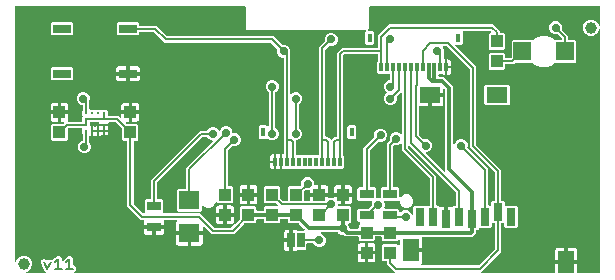
<source format=gtl>
G04 EAGLE Gerber RS-274X export*
G75*
%MOMM*%
%FSLAX34Y34*%
%LPD*%
%INTop Copper*%
%IPPOS*%
%AMOC8*
5,1,8,0,0,1.08239X$1,22.5*%
G01*
%ADD10C,0.203200*%
%ADD11R,1.200000X0.800000*%
%ADD12R,1.000000X1.100000*%
%ADD13R,1.800000X1.600000*%
%ADD14R,0.635000X1.270000*%
%ADD15C,1.000000*%
%ADD16R,1.800000X1.400000*%
%ADD17R,1.400000X1.900000*%
%ADD18R,0.800000X1.500000*%
%ADD19R,1.500000X1.600000*%
%ADD20R,0.300000X0.800000*%
%ADD21R,0.400000X0.800000*%
%ADD22R,0.250000X0.275000*%
%ADD23R,0.275000X0.250000*%
%ADD24R,1.524000X0.762000*%
%ADD25C,0.736600*%
%ADD26C,0.177800*%
%ADD27C,0.304800*%

G36*
X27889Y2029D02*
X27889Y2029D01*
X27890Y2029D01*
X28015Y2050D01*
X28131Y2068D01*
X28132Y2069D01*
X28133Y2069D01*
X28246Y2129D01*
X28348Y2184D01*
X28349Y2184D01*
X28350Y2185D01*
X28437Y2277D01*
X28517Y2362D01*
X28518Y2363D01*
X28519Y2364D01*
X28569Y2472D01*
X28621Y2585D01*
X28621Y2586D01*
X28622Y2587D01*
X28634Y2705D01*
X28648Y2829D01*
X28648Y2830D01*
X28648Y2832D01*
X28622Y2950D01*
X28596Y3070D01*
X28595Y3071D01*
X28595Y3072D01*
X28534Y3173D01*
X28470Y3281D01*
X28469Y3282D01*
X28468Y3283D01*
X28375Y3362D01*
X28283Y3441D01*
X28282Y3441D01*
X28281Y3442D01*
X28129Y3512D01*
X27706Y3653D01*
X27703Y3656D01*
X27689Y3691D01*
X27632Y3756D01*
X27581Y3825D01*
X27551Y3847D01*
X27526Y3875D01*
X27411Y3949D01*
X27123Y4813D01*
X27108Y4842D01*
X27082Y4912D01*
X23966Y11145D01*
X24698Y13341D01*
X26769Y14377D01*
X28965Y13645D01*
X29014Y13547D01*
X29024Y13533D01*
X29030Y13516D01*
X29096Y13433D01*
X29158Y13348D01*
X29173Y13337D01*
X29184Y13323D01*
X29272Y13266D01*
X29358Y13205D01*
X29375Y13199D01*
X29390Y13190D01*
X29492Y13164D01*
X29593Y13133D01*
X29611Y13133D01*
X29629Y13129D01*
X29734Y13137D01*
X29839Y13140D01*
X29856Y13146D01*
X29874Y13147D01*
X29971Y13189D01*
X30070Y13225D01*
X30084Y13236D01*
X30100Y13243D01*
X30179Y13313D01*
X30262Y13379D01*
X30271Y13394D01*
X30285Y13406D01*
X30376Y13547D01*
X30425Y13645D01*
X32621Y14377D01*
X33985Y13695D01*
X34005Y13688D01*
X34023Y13677D01*
X34122Y13652D01*
X34220Y13622D01*
X34241Y13622D01*
X34261Y13617D01*
X34363Y13625D01*
X34466Y13627D01*
X34486Y13634D01*
X34507Y13636D01*
X34601Y13676D01*
X34697Y13711D01*
X34714Y13724D01*
X34733Y13732D01*
X34864Y13837D01*
X36032Y15006D01*
X37892Y16866D01*
X40208Y16866D01*
X41845Y15229D01*
X41845Y13301D01*
X41856Y13230D01*
X41858Y13158D01*
X41876Y13109D01*
X41885Y13058D01*
X41918Y12994D01*
X41943Y12927D01*
X41975Y12886D01*
X42000Y12840D01*
X42052Y12791D01*
X42096Y12735D01*
X42140Y12707D01*
X42178Y12671D01*
X42243Y12641D01*
X42303Y12602D01*
X42354Y12589D01*
X42401Y12567D01*
X42472Y12560D01*
X42542Y12542D01*
X42594Y12546D01*
X42645Y12540D01*
X42716Y12556D01*
X42787Y12561D01*
X42835Y12582D01*
X42886Y12593D01*
X42947Y12629D01*
X43013Y12657D01*
X43069Y12702D01*
X43097Y12719D01*
X43112Y12737D01*
X43144Y12762D01*
X45388Y15006D01*
X47248Y16866D01*
X49563Y16866D01*
X51200Y15229D01*
X51200Y9492D01*
X51203Y9472D01*
X51201Y9453D01*
X51223Y9351D01*
X51240Y9249D01*
X51249Y9232D01*
X51253Y9212D01*
X51306Y9123D01*
X51355Y9032D01*
X51369Y9018D01*
X51379Y9001D01*
X51458Y8934D01*
X51533Y8862D01*
X51551Y8854D01*
X51566Y8841D01*
X51663Y8802D01*
X51756Y8759D01*
X51776Y8757D01*
X51794Y8749D01*
X51961Y8731D01*
X52275Y8731D01*
X53912Y7094D01*
X53912Y4778D01*
X52461Y3328D01*
X52420Y3270D01*
X52370Y3218D01*
X52348Y3171D01*
X52318Y3129D01*
X52297Y3060D01*
X52267Y2995D01*
X52261Y2943D01*
X52246Y2893D01*
X52247Y2822D01*
X52240Y2751D01*
X52251Y2700D01*
X52252Y2648D01*
X52277Y2580D01*
X52292Y2510D01*
X52319Y2465D01*
X52336Y2417D01*
X52381Y2361D01*
X52418Y2299D01*
X52458Y2265D01*
X52490Y2225D01*
X52550Y2186D01*
X52605Y2139D01*
X52653Y2120D01*
X52697Y2092D01*
X52766Y2074D01*
X52833Y2047D01*
X52904Y2039D01*
X52936Y2031D01*
X52959Y2033D01*
X53000Y2029D01*
X323361Y2029D01*
X323431Y2040D01*
X323503Y2042D01*
X323552Y2060D01*
X323603Y2068D01*
X323667Y2102D01*
X323734Y2127D01*
X323775Y2159D01*
X323821Y2184D01*
X323870Y2236D01*
X323926Y2280D01*
X323954Y2324D01*
X323990Y2362D01*
X324020Y2427D01*
X324059Y2487D01*
X324072Y2538D01*
X324094Y2585D01*
X324102Y2656D01*
X324119Y2726D01*
X324115Y2778D01*
X324121Y2829D01*
X324106Y2900D01*
X324100Y2971D01*
X324080Y3019D01*
X324069Y3070D01*
X324032Y3131D01*
X324004Y3197D01*
X323959Y3253D01*
X323943Y3281D01*
X323925Y3296D01*
X323899Y3328D01*
X322109Y5118D01*
X317332Y9895D01*
X317332Y11460D01*
X317329Y11480D01*
X317331Y11499D01*
X317309Y11601D01*
X317293Y11703D01*
X317283Y11720D01*
X317279Y11740D01*
X317226Y11829D01*
X317177Y11920D01*
X317163Y11934D01*
X317153Y11951D01*
X317074Y12018D01*
X316999Y12090D01*
X316981Y12098D01*
X316966Y12111D01*
X316870Y12150D01*
X316776Y12193D01*
X316756Y12195D01*
X316738Y12203D01*
X316571Y12221D01*
X314263Y12221D01*
X313221Y13263D01*
X313221Y25737D01*
X314263Y26779D01*
X325737Y26779D01*
X326660Y25856D01*
X326718Y25814D01*
X326770Y25765D01*
X326817Y25743D01*
X326859Y25712D01*
X326928Y25691D01*
X326993Y25661D01*
X327045Y25655D01*
X327095Y25640D01*
X327166Y25642D01*
X327237Y25634D01*
X327288Y25645D01*
X327340Y25646D01*
X327408Y25671D01*
X327478Y25686D01*
X327523Y25713D01*
X327571Y25731D01*
X327627Y25776D01*
X327689Y25812D01*
X327723Y25852D01*
X327763Y25884D01*
X327802Y25945D01*
X327849Y25999D01*
X327868Y26048D01*
X327896Y26091D01*
X327914Y26161D01*
X327941Y26227D01*
X327949Y26299D01*
X327957Y26330D01*
X327955Y26353D01*
X327959Y26394D01*
X327959Y29606D01*
X327948Y29677D01*
X327946Y29748D01*
X327928Y29797D01*
X327920Y29849D01*
X327886Y29912D01*
X327861Y29979D01*
X327829Y30020D01*
X327804Y30066D01*
X327752Y30115D01*
X327708Y30171D01*
X327664Y30200D01*
X327626Y30235D01*
X327561Y30266D01*
X327501Y30304D01*
X327450Y30317D01*
X327403Y30339D01*
X327332Y30347D01*
X327262Y30364D01*
X327210Y30360D01*
X327159Y30366D01*
X327088Y30351D01*
X327017Y30345D01*
X326969Y30325D01*
X326918Y30314D01*
X326857Y30277D01*
X326791Y30249D01*
X326735Y30204D01*
X326707Y30188D01*
X326692Y30170D01*
X326660Y30144D01*
X325737Y29221D01*
X314263Y29221D01*
X313221Y30263D01*
X313221Y32436D01*
X313218Y32456D01*
X313220Y32475D01*
X313198Y32577D01*
X313182Y32679D01*
X313172Y32696D01*
X313168Y32716D01*
X313115Y32805D01*
X313066Y32896D01*
X313052Y32910D01*
X313042Y32927D01*
X312963Y32994D01*
X312888Y33066D01*
X312870Y33074D01*
X312855Y33087D01*
X312759Y33126D01*
X312665Y33169D01*
X312645Y33171D01*
X312627Y33179D01*
X312460Y33197D01*
X307540Y33197D01*
X307520Y33194D01*
X307501Y33196D01*
X307399Y33174D01*
X307297Y33158D01*
X307280Y33148D01*
X307260Y33144D01*
X307171Y33091D01*
X307080Y33042D01*
X307066Y33028D01*
X307049Y33018D01*
X306982Y32939D01*
X306910Y32864D01*
X306902Y32846D01*
X306889Y32831D01*
X306850Y32735D01*
X306807Y32641D01*
X306805Y32621D01*
X306797Y32603D01*
X306779Y32436D01*
X306779Y30263D01*
X305737Y29221D01*
X294263Y29221D01*
X293221Y30263D01*
X293221Y32436D01*
X293218Y32456D01*
X293220Y32475D01*
X293198Y32577D01*
X293182Y32679D01*
X293172Y32696D01*
X293168Y32716D01*
X293115Y32805D01*
X293066Y32896D01*
X293052Y32910D01*
X293042Y32927D01*
X292963Y32994D01*
X292888Y33066D01*
X292870Y33074D01*
X292855Y33087D01*
X292759Y33126D01*
X292665Y33169D01*
X292645Y33171D01*
X292627Y33179D01*
X292460Y33197D01*
X282132Y33197D01*
X281014Y34315D01*
X280940Y34368D01*
X280871Y34428D01*
X280840Y34440D01*
X280814Y34459D01*
X280727Y34486D01*
X280642Y34520D01*
X280601Y34524D01*
X280579Y34531D01*
X280547Y34530D01*
X280476Y34538D01*
X278914Y34538D01*
X276906Y35370D01*
X275802Y36474D01*
X275728Y36527D01*
X275658Y36587D01*
X275628Y36599D01*
X275602Y36618D01*
X275515Y36645D01*
X275430Y36679D01*
X275389Y36683D01*
X275367Y36690D01*
X275335Y36689D01*
X275263Y36697D01*
X261931Y36697D01*
X261835Y36682D01*
X261738Y36672D01*
X261714Y36662D01*
X261688Y36658D01*
X261602Y36612D01*
X261513Y36572D01*
X261493Y36555D01*
X261470Y36542D01*
X261403Y36472D01*
X261332Y36406D01*
X261319Y36383D01*
X261301Y36364D01*
X261260Y36276D01*
X261213Y36190D01*
X261208Y36165D01*
X261197Y36141D01*
X261187Y36044D01*
X261169Y35948D01*
X261173Y35922D01*
X261170Y35897D01*
X261191Y35801D01*
X261205Y35705D01*
X261217Y35682D01*
X261223Y35656D01*
X261273Y35572D01*
X261317Y35486D01*
X261335Y35468D01*
X261349Y35445D01*
X261423Y35382D01*
X261492Y35314D01*
X261521Y35298D01*
X261536Y35285D01*
X261566Y35273D01*
X261639Y35233D01*
X263094Y34630D01*
X264630Y33094D01*
X265462Y31086D01*
X265462Y28914D01*
X264630Y26906D01*
X263094Y25370D01*
X261086Y24538D01*
X258914Y24538D01*
X256906Y25370D01*
X255346Y26930D01*
X255327Y26961D01*
X255266Y27062D01*
X255262Y27066D01*
X255258Y27071D01*
X255169Y27146D01*
X255079Y27222D01*
X255074Y27224D01*
X255069Y27228D01*
X254960Y27270D01*
X254851Y27314D01*
X254844Y27315D01*
X254839Y27316D01*
X254821Y27317D01*
X254685Y27332D01*
X249779Y27332D01*
X249759Y27329D01*
X249740Y27331D01*
X249638Y27309D01*
X249536Y27293D01*
X249519Y27283D01*
X249499Y27279D01*
X249410Y27226D01*
X249319Y27177D01*
X249305Y27163D01*
X249288Y27153D01*
X249221Y27074D01*
X249149Y26999D01*
X249141Y26981D01*
X249128Y26966D01*
X249089Y26870D01*
X249046Y26776D01*
X249044Y26756D01*
X249036Y26738D01*
X249018Y26571D01*
X249018Y22913D01*
X247976Y21871D01*
X241241Y21871D01*
X241151Y21857D01*
X241060Y21849D01*
X241030Y21837D01*
X240998Y21832D01*
X240917Y21789D01*
X240833Y21753D01*
X240801Y21727D01*
X240781Y21716D01*
X240758Y21693D01*
X240702Y21648D01*
X240671Y21617D01*
X240092Y21282D01*
X239445Y21109D01*
X237459Y21109D01*
X237459Y29238D01*
X237456Y29258D01*
X237458Y29277D01*
X237436Y29379D01*
X237419Y29481D01*
X237410Y29498D01*
X237406Y29518D01*
X237353Y29607D01*
X237304Y29698D01*
X237290Y29712D01*
X237280Y29729D01*
X237201Y29796D01*
X237126Y29867D01*
X237108Y29876D01*
X237093Y29889D01*
X236997Y29928D01*
X236903Y29971D01*
X236883Y29973D01*
X236865Y29981D01*
X236698Y29999D01*
X235935Y29999D01*
X235935Y30001D01*
X236698Y30001D01*
X236718Y30004D01*
X236737Y30002D01*
X236839Y30024D01*
X236941Y30041D01*
X236958Y30050D01*
X236978Y30054D01*
X237067Y30107D01*
X237158Y30156D01*
X237172Y30170D01*
X237189Y30180D01*
X237256Y30259D01*
X237327Y30334D01*
X237336Y30352D01*
X237349Y30367D01*
X237388Y30463D01*
X237431Y30557D01*
X237433Y30577D01*
X237441Y30595D01*
X237459Y30762D01*
X237459Y38891D01*
X239445Y38891D01*
X240092Y38718D01*
X240671Y38383D01*
X240702Y38352D01*
X240776Y38299D01*
X240846Y38239D01*
X240876Y38227D01*
X240902Y38208D01*
X240989Y38181D01*
X241074Y38147D01*
X241115Y38143D01*
X241137Y38136D01*
X241169Y38137D01*
X241241Y38129D01*
X246863Y38129D01*
X246933Y38140D01*
X247005Y38142D01*
X247054Y38160D01*
X247105Y38168D01*
X247169Y38202D01*
X247236Y38227D01*
X247277Y38259D01*
X247323Y38284D01*
X247372Y38335D01*
X247428Y38380D01*
X247456Y38424D01*
X247492Y38462D01*
X247522Y38527D01*
X247561Y38587D01*
X247574Y38638D01*
X247596Y38685D01*
X247604Y38756D01*
X247621Y38826D01*
X247617Y38878D01*
X247623Y38929D01*
X247608Y39000D01*
X247602Y39071D01*
X247582Y39119D01*
X247571Y39170D01*
X247534Y39231D01*
X247506Y39297D01*
X247461Y39353D01*
X247444Y39381D01*
X247427Y39396D01*
X247401Y39428D01*
X242831Y43998D01*
X242757Y44051D01*
X242688Y44111D01*
X242657Y44123D01*
X242631Y44142D01*
X242544Y44169D01*
X242459Y44203D01*
X242418Y44207D01*
X242396Y44214D01*
X242364Y44213D01*
X242293Y44221D01*
X234263Y44221D01*
X233221Y45263D01*
X233221Y47436D01*
X233218Y47456D01*
X233220Y47475D01*
X233198Y47577D01*
X233182Y47679D01*
X233172Y47696D01*
X233168Y47716D01*
X233115Y47805D01*
X233066Y47896D01*
X233052Y47910D01*
X233042Y47927D01*
X232963Y47994D01*
X232888Y48066D01*
X232870Y48074D01*
X232855Y48087D01*
X232759Y48126D01*
X232665Y48169D01*
X232645Y48171D01*
X232627Y48179D01*
X232460Y48197D01*
X227540Y48197D01*
X227520Y48194D01*
X227501Y48196D01*
X227399Y48174D01*
X227297Y48158D01*
X227280Y48148D01*
X227260Y48144D01*
X227171Y48091D01*
X227080Y48042D01*
X227066Y48028D01*
X227049Y48018D01*
X226982Y47939D01*
X226910Y47864D01*
X226902Y47846D01*
X226889Y47831D01*
X226850Y47735D01*
X226807Y47641D01*
X226805Y47621D01*
X226797Y47603D01*
X226779Y47436D01*
X226779Y45263D01*
X225737Y44221D01*
X214263Y44221D01*
X213221Y45263D01*
X213221Y47436D01*
X213218Y47456D01*
X213220Y47475D01*
X213198Y47577D01*
X213182Y47679D01*
X213172Y47696D01*
X213168Y47716D01*
X213115Y47805D01*
X213066Y47896D01*
X213052Y47910D01*
X213042Y47927D01*
X212963Y47994D01*
X212888Y48066D01*
X212870Y48074D01*
X212855Y48087D01*
X212759Y48126D01*
X212665Y48169D01*
X212645Y48171D01*
X212627Y48179D01*
X212460Y48197D01*
X207540Y48197D01*
X207520Y48194D01*
X207501Y48196D01*
X207399Y48174D01*
X207297Y48158D01*
X207280Y48148D01*
X207260Y48144D01*
X207171Y48091D01*
X207080Y48042D01*
X207066Y48028D01*
X207049Y48018D01*
X206982Y47939D01*
X206910Y47864D01*
X206902Y47846D01*
X206889Y47831D01*
X206850Y47735D01*
X206807Y47641D01*
X206805Y47621D01*
X206797Y47603D01*
X206779Y47436D01*
X206779Y45263D01*
X205737Y44221D01*
X196809Y44221D01*
X196719Y44207D01*
X196628Y44199D01*
X196599Y44187D01*
X196567Y44182D01*
X196486Y44139D01*
X196402Y44103D01*
X196370Y44077D01*
X196349Y44066D01*
X196327Y44043D01*
X196271Y43998D01*
X187605Y35332D01*
X168895Y35332D01*
X167109Y37118D01*
X162840Y41387D01*
X162782Y41429D01*
X162730Y41478D01*
X162683Y41500D01*
X162641Y41531D01*
X162572Y41552D01*
X162507Y41582D01*
X162455Y41588D01*
X162405Y41603D01*
X162334Y41601D01*
X162263Y41609D01*
X162212Y41598D01*
X162160Y41597D01*
X162092Y41572D01*
X162022Y41557D01*
X161977Y41530D01*
X161929Y41512D01*
X161873Y41467D01*
X161811Y41431D01*
X161777Y41391D01*
X161737Y41358D01*
X161698Y41298D01*
X161651Y41244D01*
X161632Y41195D01*
X161604Y41151D01*
X161586Y41082D01*
X161559Y41015D01*
X161551Y40944D01*
X161543Y40913D01*
X161545Y40890D01*
X161541Y40849D01*
X161541Y37523D01*
X150762Y37523D01*
X150742Y37520D01*
X150723Y37522D01*
X150621Y37500D01*
X150519Y37483D01*
X150502Y37474D01*
X150482Y37470D01*
X150393Y37417D01*
X150302Y37368D01*
X150288Y37354D01*
X150271Y37344D01*
X150204Y37265D01*
X150133Y37190D01*
X150124Y37172D01*
X150111Y37157D01*
X150072Y37061D01*
X150029Y36967D01*
X150027Y36947D01*
X150019Y36929D01*
X150001Y36762D01*
X150001Y35999D01*
X149999Y35999D01*
X149999Y36762D01*
X149996Y36782D01*
X149998Y36801D01*
X149976Y36903D01*
X149959Y37005D01*
X149950Y37022D01*
X149946Y37042D01*
X149893Y37131D01*
X149844Y37222D01*
X149830Y37236D01*
X149820Y37253D01*
X149741Y37320D01*
X149666Y37391D01*
X149648Y37400D01*
X149633Y37413D01*
X149537Y37452D01*
X149443Y37495D01*
X149423Y37497D01*
X149405Y37505D01*
X149238Y37523D01*
X138459Y37523D01*
X138459Y44334D01*
X138632Y44981D01*
X138967Y45560D01*
X139440Y46033D01*
X139482Y46091D01*
X139531Y46143D01*
X139553Y46190D01*
X139583Y46232D01*
X139604Y46301D01*
X139634Y46366D01*
X139640Y46418D01*
X139656Y46468D01*
X139654Y46539D01*
X139662Y46610D01*
X139650Y46661D01*
X139649Y46713D01*
X139625Y46781D01*
X139609Y46851D01*
X139583Y46896D01*
X139565Y46944D01*
X139520Y47000D01*
X139483Y47062D01*
X139443Y47096D01*
X139411Y47136D01*
X139351Y47175D01*
X139296Y47222D01*
X139248Y47241D01*
X139204Y47269D01*
X139135Y47287D01*
X139068Y47314D01*
X138997Y47322D01*
X138966Y47330D01*
X138942Y47328D01*
X138901Y47332D01*
X128906Y47332D01*
X128812Y47317D01*
X128717Y47308D01*
X128691Y47297D01*
X128663Y47293D01*
X128579Y47248D01*
X128491Y47210D01*
X128471Y47191D01*
X128446Y47177D01*
X128380Y47108D01*
X128309Y47044D01*
X128296Y47020D01*
X128276Y46999D01*
X128236Y46913D01*
X128190Y46829D01*
X128184Y46802D01*
X128173Y46776D01*
X128162Y46681D01*
X128145Y46587D01*
X128149Y46560D01*
X128146Y46532D01*
X128166Y46438D01*
X128179Y46344D01*
X128193Y46312D01*
X128198Y46291D01*
X128215Y46263D01*
X128247Y46190D01*
X128368Y45981D01*
X128541Y45334D01*
X128541Y42523D01*
X120762Y42523D01*
X120742Y42520D01*
X120723Y42522D01*
X120621Y42500D01*
X120519Y42483D01*
X120502Y42474D01*
X120482Y42470D01*
X120393Y42417D01*
X120302Y42368D01*
X120288Y42354D01*
X120271Y42344D01*
X120204Y42265D01*
X120133Y42190D01*
X120124Y42172D01*
X120111Y42157D01*
X120072Y42061D01*
X120029Y41967D01*
X120027Y41947D01*
X120019Y41929D01*
X120001Y41762D01*
X120001Y40999D01*
X119999Y40999D01*
X119999Y41762D01*
X119996Y41782D01*
X119998Y41801D01*
X119976Y41903D01*
X119959Y42005D01*
X119950Y42022D01*
X119946Y42042D01*
X119893Y42131D01*
X119844Y42222D01*
X119830Y42236D01*
X119820Y42253D01*
X119741Y42320D01*
X119666Y42391D01*
X119648Y42400D01*
X119633Y42413D01*
X119537Y42452D01*
X119443Y42495D01*
X119423Y42497D01*
X119405Y42505D01*
X119238Y42523D01*
X111459Y42523D01*
X111459Y45334D01*
X111632Y45981D01*
X111753Y46190D01*
X111787Y46279D01*
X111827Y46366D01*
X111830Y46394D01*
X111840Y46420D01*
X111844Y46516D01*
X111854Y46610D01*
X111848Y46638D01*
X111850Y46666D01*
X111822Y46758D01*
X111802Y46851D01*
X111788Y46875D01*
X111780Y46902D01*
X111725Y46980D01*
X111676Y47062D01*
X111655Y47080D01*
X111638Y47103D01*
X111562Y47160D01*
X111489Y47222D01*
X111463Y47232D01*
X111440Y47249D01*
X111350Y47278D01*
X111261Y47314D01*
X111226Y47318D01*
X111206Y47324D01*
X111173Y47324D01*
X111094Y47332D01*
X108895Y47332D01*
X97332Y58895D01*
X97332Y113460D01*
X97329Y113480D01*
X97331Y113499D01*
X97309Y113601D01*
X97293Y113703D01*
X97283Y113720D01*
X97279Y113740D01*
X97226Y113829D01*
X97177Y113920D01*
X97163Y113934D01*
X97153Y113951D01*
X97074Y114018D01*
X96999Y114090D01*
X96981Y114098D01*
X96966Y114111D01*
X96870Y114150D01*
X96776Y114193D01*
X96756Y114195D01*
X96738Y114203D01*
X96571Y114221D01*
X94263Y114221D01*
X93221Y115263D01*
X93221Y124191D01*
X93207Y124281D01*
X93199Y124372D01*
X93187Y124401D01*
X93182Y124433D01*
X93139Y124514D01*
X93103Y124598D01*
X93077Y124630D01*
X93066Y124651D01*
X93043Y124673D01*
X92998Y124729D01*
X88118Y129609D01*
X88044Y129662D01*
X87975Y129722D01*
X87944Y129734D01*
X87918Y129753D01*
X87831Y129780D01*
X87746Y129814D01*
X87705Y129818D01*
X87683Y129825D01*
X87651Y129824D01*
X87580Y129832D01*
X82177Y129832D01*
X82157Y129829D01*
X82138Y129831D01*
X82036Y129809D01*
X81934Y129793D01*
X81917Y129783D01*
X81897Y129779D01*
X81808Y129726D01*
X81717Y129677D01*
X81703Y129663D01*
X81686Y129653D01*
X81619Y129574D01*
X81547Y129499D01*
X81539Y129481D01*
X81526Y129466D01*
X81487Y129370D01*
X81444Y129276D01*
X81442Y129256D01*
X81434Y129238D01*
X81416Y129071D01*
X81416Y128261D01*
X77500Y128261D01*
X73584Y128261D01*
X73584Y129071D01*
X73581Y129091D01*
X73583Y129110D01*
X73561Y129212D01*
X73545Y129314D01*
X73535Y129331D01*
X73531Y129351D01*
X73478Y129440D01*
X73429Y129531D01*
X73415Y129545D01*
X73405Y129562D01*
X73326Y129629D01*
X73251Y129701D01*
X73233Y129709D01*
X73218Y129722D01*
X73122Y129761D01*
X73028Y129804D01*
X73008Y129806D01*
X72990Y129814D01*
X72823Y129832D01*
X66415Y129832D01*
X66395Y129829D01*
X66376Y129831D01*
X66274Y129809D01*
X66172Y129793D01*
X66155Y129783D01*
X66135Y129779D01*
X66046Y129726D01*
X65955Y129677D01*
X65941Y129663D01*
X65924Y129653D01*
X65857Y129574D01*
X65785Y129499D01*
X65777Y129481D01*
X65764Y129466D01*
X65725Y129370D01*
X65682Y129276D01*
X65680Y129256D01*
X65672Y129238D01*
X65654Y129071D01*
X65654Y127177D01*
X65657Y127157D01*
X65655Y127138D01*
X65677Y127036D01*
X65693Y126934D01*
X65703Y126917D01*
X65707Y126897D01*
X65760Y126808D01*
X65809Y126717D01*
X65823Y126703D01*
X65833Y126686D01*
X65912Y126619D01*
X65987Y126547D01*
X66005Y126539D01*
X66020Y126526D01*
X66116Y126487D01*
X66210Y126444D01*
X66230Y126442D01*
X66248Y126434D01*
X66415Y126416D01*
X66739Y126416D01*
X66739Y122500D01*
X66739Y118584D01*
X65929Y118584D01*
X65909Y118581D01*
X65890Y118583D01*
X65788Y118561D01*
X65686Y118545D01*
X65669Y118535D01*
X65649Y118531D01*
X65560Y118478D01*
X65469Y118429D01*
X65455Y118415D01*
X65438Y118405D01*
X65371Y118326D01*
X65299Y118251D01*
X65291Y118233D01*
X65278Y118218D01*
X65239Y118122D01*
X65196Y118028D01*
X65194Y118008D01*
X65186Y117990D01*
X65168Y117823D01*
X65168Y112872D01*
X65182Y112782D01*
X65190Y112691D01*
X65202Y112661D01*
X65207Y112629D01*
X65250Y112548D01*
X65286Y112464D01*
X65312Y112432D01*
X65323Y112412D01*
X65346Y112389D01*
X65391Y112333D01*
X65630Y112094D01*
X66462Y110086D01*
X66462Y107914D01*
X65630Y105906D01*
X64094Y104370D01*
X62086Y103538D01*
X59914Y103538D01*
X57906Y104370D01*
X56370Y105906D01*
X55538Y107914D01*
X55538Y110086D01*
X56370Y112094D01*
X57906Y113630D01*
X59362Y114233D01*
X59462Y114295D01*
X59562Y114355D01*
X59566Y114360D01*
X59571Y114363D01*
X59646Y114454D01*
X59722Y114542D01*
X59724Y114548D01*
X59728Y114552D01*
X59769Y114660D01*
X59814Y114770D01*
X59815Y114778D01*
X59816Y114782D01*
X59817Y114800D01*
X59832Y114937D01*
X59832Y119712D01*
X59818Y119802D01*
X59810Y119893D01*
X59798Y119923D01*
X59793Y119955D01*
X59750Y120035D01*
X59714Y120119D01*
X59688Y120151D01*
X59677Y120172D01*
X59654Y120194D01*
X59609Y120250D01*
X59346Y120513D01*
X59346Y124071D01*
X59343Y124091D01*
X59345Y124110D01*
X59323Y124212D01*
X59307Y124314D01*
X59297Y124331D01*
X59293Y124351D01*
X59240Y124440D01*
X59191Y124531D01*
X59177Y124545D01*
X59167Y124562D01*
X59088Y124629D01*
X59013Y124701D01*
X58995Y124709D01*
X58980Y124722D01*
X58884Y124761D01*
X58790Y124804D01*
X58770Y124806D01*
X58752Y124814D01*
X58585Y124832D01*
X47540Y124832D01*
X47520Y124829D01*
X47501Y124831D01*
X47399Y124809D01*
X47297Y124793D01*
X47280Y124783D01*
X47260Y124779D01*
X47171Y124726D01*
X47080Y124677D01*
X47066Y124663D01*
X47049Y124653D01*
X46982Y124574D01*
X46910Y124499D01*
X46902Y124481D01*
X46889Y124466D01*
X46850Y124370D01*
X46807Y124276D01*
X46805Y124256D01*
X46797Y124238D01*
X46779Y124071D01*
X46779Y115263D01*
X45737Y114221D01*
X34263Y114221D01*
X33221Y115263D01*
X33221Y127737D01*
X34263Y128779D01*
X43191Y128779D01*
X43281Y128793D01*
X43372Y128801D01*
X43401Y128813D01*
X43433Y128818D01*
X43514Y128861D01*
X43598Y128897D01*
X43630Y128923D01*
X43651Y128934D01*
X43673Y128957D01*
X43729Y129002D01*
X43887Y129160D01*
X43929Y129218D01*
X43978Y129270D01*
X44000Y129317D01*
X44031Y129359D01*
X44052Y129428D01*
X44082Y129493D01*
X44088Y129545D01*
X44103Y129594D01*
X44101Y129666D01*
X44109Y129737D01*
X44098Y129788D01*
X44097Y129840D01*
X44072Y129908D01*
X44057Y129978D01*
X44030Y130023D01*
X44012Y130071D01*
X43967Y130127D01*
X43931Y130189D01*
X43891Y130223D01*
X43858Y130263D01*
X43798Y130302D01*
X43744Y130349D01*
X43695Y130368D01*
X43652Y130396D01*
X43582Y130414D01*
X43515Y130441D01*
X43444Y130449D01*
X43413Y130457D01*
X43390Y130455D01*
X43349Y130459D01*
X41523Y130459D01*
X41523Y136977D01*
X47541Y136977D01*
X47541Y132666D01*
X47368Y132019D01*
X47010Y131400D01*
X46969Y131357D01*
X46947Y131310D01*
X46917Y131268D01*
X46896Y131199D01*
X46866Y131134D01*
X46860Y131082D01*
X46845Y131033D01*
X46846Y130961D01*
X46838Y130890D01*
X46849Y130839D01*
X46851Y130787D01*
X46875Y130719D01*
X46891Y130649D01*
X46917Y130605D01*
X46935Y130556D01*
X46980Y130500D01*
X47017Y130438D01*
X47056Y130404D01*
X47089Y130364D01*
X47149Y130325D01*
X47204Y130278D01*
X47252Y130259D01*
X47296Y130231D01*
X47365Y130213D01*
X47432Y130186D01*
X47503Y130178D01*
X47534Y130170D01*
X47558Y130172D01*
X47599Y130168D01*
X58585Y130168D01*
X58605Y130171D01*
X58624Y130169D01*
X58726Y130191D01*
X58828Y130207D01*
X58845Y130217D01*
X58865Y130221D01*
X58954Y130274D01*
X59045Y130323D01*
X59059Y130337D01*
X59076Y130347D01*
X59143Y130426D01*
X59215Y130501D01*
X59223Y130519D01*
X59236Y130534D01*
X59275Y130630D01*
X59318Y130724D01*
X59320Y130744D01*
X59328Y130762D01*
X59346Y130929D01*
X59346Y134489D01*
X59348Y134490D01*
X59405Y134578D01*
X59465Y134661D01*
X59471Y134680D01*
X59481Y134697D01*
X59507Y134798D01*
X59537Y134897D01*
X59537Y134917D01*
X59541Y134936D01*
X59533Y135039D01*
X59531Y135142D01*
X59524Y135161D01*
X59522Y135181D01*
X59482Y135276D01*
X59446Y135373D01*
X59434Y135389D01*
X59426Y135407D01*
X59346Y135507D01*
X59346Y139487D01*
X59609Y139750D01*
X59662Y139824D01*
X59722Y139893D01*
X59734Y139923D01*
X59753Y139950D01*
X59780Y140037D01*
X59814Y140121D01*
X59818Y140162D01*
X59825Y140185D01*
X59824Y140217D01*
X59832Y140288D01*
X59832Y143777D01*
X59829Y143797D01*
X59831Y143816D01*
X59809Y143918D01*
X59793Y144020D01*
X59783Y144037D01*
X59779Y144057D01*
X59726Y144146D01*
X59677Y144237D01*
X59663Y144251D01*
X59653Y144268D01*
X59574Y144335D01*
X59499Y144407D01*
X59481Y144415D01*
X59466Y144428D01*
X59370Y144467D01*
X59276Y144510D01*
X59256Y144512D01*
X59238Y144520D01*
X59071Y144538D01*
X58914Y144538D01*
X56906Y145370D01*
X55370Y146906D01*
X54538Y148914D01*
X54538Y151086D01*
X55370Y153094D01*
X56906Y154630D01*
X58914Y155462D01*
X61086Y155462D01*
X63094Y154630D01*
X64630Y153094D01*
X65462Y151086D01*
X65462Y148914D01*
X65226Y148344D01*
X65211Y148280D01*
X65186Y148219D01*
X65177Y148136D01*
X65170Y148104D01*
X65171Y148085D01*
X65168Y148052D01*
X65168Y141415D01*
X65171Y141395D01*
X65169Y141376D01*
X65191Y141274D01*
X65207Y141172D01*
X65217Y141155D01*
X65221Y141135D01*
X65274Y141046D01*
X65323Y140955D01*
X65337Y140941D01*
X65347Y140924D01*
X65426Y140857D01*
X65501Y140785D01*
X65519Y140777D01*
X65534Y140764D01*
X65630Y140725D01*
X65724Y140682D01*
X65744Y140680D01*
X65762Y140672D01*
X65929Y140654D01*
X69489Y140654D01*
X69490Y140652D01*
X69578Y140595D01*
X69661Y140535D01*
X69680Y140529D01*
X69697Y140519D01*
X69798Y140493D01*
X69897Y140463D01*
X69917Y140463D01*
X69936Y140459D01*
X70039Y140467D01*
X70142Y140469D01*
X70161Y140476D01*
X70181Y140478D01*
X70276Y140518D01*
X70373Y140554D01*
X70389Y140566D01*
X70407Y140574D01*
X70507Y140654D01*
X74489Y140654D01*
X74490Y140652D01*
X74578Y140596D01*
X74661Y140535D01*
X74681Y140529D01*
X74697Y140519D01*
X74798Y140493D01*
X74897Y140463D01*
X74917Y140463D01*
X74936Y140459D01*
X75039Y140467D01*
X75142Y140469D01*
X75161Y140476D01*
X75181Y140478D01*
X75276Y140518D01*
X75305Y140529D01*
X79612Y140529D01*
X80654Y139487D01*
X80654Y135929D01*
X80657Y135909D01*
X80655Y135890D01*
X80677Y135788D01*
X80693Y135686D01*
X80703Y135669D01*
X80707Y135649D01*
X80760Y135560D01*
X80809Y135469D01*
X80823Y135455D01*
X80833Y135438D01*
X80912Y135371D01*
X80987Y135299D01*
X81005Y135291D01*
X81020Y135278D01*
X81116Y135239D01*
X81210Y135196D01*
X81230Y135194D01*
X81248Y135186D01*
X81415Y135168D01*
X90105Y135168D01*
X91160Y134113D01*
X91218Y134071D01*
X91270Y134022D01*
X91317Y134000D01*
X91359Y133969D01*
X91428Y133948D01*
X91493Y133918D01*
X91545Y133912D01*
X91595Y133897D01*
X91666Y133899D01*
X91737Y133891D01*
X91788Y133902D01*
X91840Y133903D01*
X91908Y133928D01*
X91978Y133943D01*
X92023Y133970D01*
X92071Y133988D01*
X92127Y134033D01*
X92189Y134069D01*
X92223Y134109D01*
X92263Y134142D01*
X92302Y134202D01*
X92349Y134256D01*
X92368Y134305D01*
X92396Y134349D01*
X92414Y134418D01*
X92441Y134485D01*
X92449Y134556D01*
X92457Y134587D01*
X92455Y134610D01*
X92459Y134651D01*
X92459Y136977D01*
X98477Y136977D01*
X98477Y130459D01*
X96651Y130459D01*
X96580Y130448D01*
X96509Y130446D01*
X96460Y130428D01*
X96409Y130420D01*
X96345Y130386D01*
X96278Y130361D01*
X96237Y130329D01*
X96191Y130304D01*
X96142Y130252D01*
X96086Y130208D01*
X96058Y130164D01*
X96022Y130126D01*
X95992Y130061D01*
X95953Y130001D01*
X95940Y129950D01*
X95918Y129903D01*
X95910Y129832D01*
X95893Y129762D01*
X95897Y129710D01*
X95891Y129659D01*
X95906Y129588D01*
X95912Y129517D01*
X95932Y129469D01*
X95943Y129418D01*
X95980Y129357D01*
X96008Y129291D01*
X96053Y129235D01*
X96069Y129207D01*
X96087Y129192D01*
X96113Y129160D01*
X96271Y129002D01*
X96345Y128948D01*
X96414Y128889D01*
X96445Y128877D01*
X96471Y128858D01*
X96558Y128831D01*
X96643Y128797D01*
X96684Y128793D01*
X96706Y128786D01*
X96738Y128787D01*
X96809Y128779D01*
X105737Y128779D01*
X106779Y127737D01*
X106779Y115263D01*
X105737Y114221D01*
X103429Y114221D01*
X103409Y114218D01*
X103390Y114220D01*
X103288Y114198D01*
X103186Y114182D01*
X103169Y114172D01*
X103149Y114168D01*
X103060Y114115D01*
X102969Y114066D01*
X102955Y114052D01*
X102938Y114042D01*
X102871Y113963D01*
X102799Y113888D01*
X102791Y113870D01*
X102778Y113855D01*
X102739Y113759D01*
X102696Y113665D01*
X102694Y113645D01*
X102686Y113627D01*
X102668Y113460D01*
X102668Y61420D01*
X102682Y61330D01*
X102690Y61239D01*
X102702Y61210D01*
X102707Y61178D01*
X102750Y61097D01*
X102786Y61013D01*
X102812Y60981D01*
X102823Y60960D01*
X102846Y60938D01*
X102853Y60929D01*
X102861Y60915D01*
X102870Y60908D01*
X102891Y60882D01*
X110882Y52891D01*
X110956Y52838D01*
X111025Y52778D01*
X111056Y52766D01*
X111082Y52747D01*
X111169Y52720D01*
X111254Y52686D01*
X111295Y52682D01*
X111317Y52675D01*
X111349Y52676D01*
X111420Y52668D01*
X111979Y52668D01*
X112050Y52679D01*
X112121Y52681D01*
X112170Y52699D01*
X112222Y52707D01*
X112285Y52741D01*
X112352Y52766D01*
X112393Y52798D01*
X112439Y52823D01*
X112488Y52875D01*
X112544Y52919D01*
X112573Y52963D01*
X112608Y53001D01*
X112639Y53066D01*
X112677Y53126D01*
X112690Y53177D01*
X112712Y53224D01*
X112720Y53295D01*
X112737Y53365D01*
X112733Y53417D01*
X112739Y53468D01*
X112724Y53539D01*
X112718Y53610D01*
X112698Y53658D01*
X112687Y53709D01*
X112650Y53770D01*
X112622Y53836D01*
X112577Y53892D01*
X112561Y53920D01*
X112543Y53935D01*
X112517Y53967D01*
X112221Y54263D01*
X112221Y63737D01*
X113263Y64779D01*
X116571Y64779D01*
X116591Y64782D01*
X116610Y64780D01*
X116712Y64802D01*
X116814Y64818D01*
X116831Y64828D01*
X116851Y64832D01*
X116940Y64885D01*
X117031Y64934D01*
X117045Y64948D01*
X117062Y64958D01*
X117129Y65037D01*
X117201Y65112D01*
X117209Y65130D01*
X117222Y65145D01*
X117261Y65241D01*
X117304Y65335D01*
X117306Y65355D01*
X117314Y65373D01*
X117332Y65540D01*
X117332Y81105D01*
X158895Y122668D01*
X164685Y122668D01*
X164800Y122687D01*
X164916Y122704D01*
X164921Y122706D01*
X164927Y122707D01*
X165030Y122762D01*
X165135Y122815D01*
X165139Y122820D01*
X165145Y122823D01*
X165225Y122907D01*
X165307Y122991D01*
X165311Y122997D01*
X165314Y123001D01*
X165322Y123018D01*
X165356Y123081D01*
X166906Y124630D01*
X168914Y125462D01*
X171086Y125462D01*
X173094Y124630D01*
X174655Y123069D01*
X174657Y123066D01*
X174692Y123027D01*
X174719Y122983D01*
X174774Y122937D01*
X174823Y122884D01*
X174868Y122859D01*
X174908Y122826D01*
X174975Y122800D01*
X175038Y122766D01*
X175090Y122757D01*
X175138Y122738D01*
X175210Y122735D01*
X175280Y122722D01*
X175332Y122730D01*
X175384Y122727D01*
X175453Y122747D01*
X175524Y122758D01*
X175570Y122781D01*
X175620Y122796D01*
X175679Y122837D01*
X175743Y122869D01*
X175779Y122906D01*
X175822Y122936D01*
X175865Y122994D01*
X175915Y123045D01*
X175950Y123108D01*
X175969Y123133D01*
X175976Y123156D01*
X175996Y123192D01*
X176370Y124094D01*
X177906Y125630D01*
X179914Y126462D01*
X182086Y126462D01*
X184094Y125630D01*
X185630Y124094D01*
X186462Y122086D01*
X186462Y121223D01*
X186465Y121203D01*
X186463Y121184D01*
X186485Y121082D01*
X186501Y120980D01*
X186511Y120963D01*
X186515Y120943D01*
X186568Y120854D01*
X186617Y120763D01*
X186631Y120749D01*
X186641Y120732D01*
X186720Y120665D01*
X186795Y120593D01*
X186813Y120585D01*
X186828Y120572D01*
X186924Y120533D01*
X187018Y120490D01*
X187038Y120488D01*
X187056Y120480D01*
X187223Y120462D01*
X189186Y120462D01*
X191194Y119630D01*
X192730Y118094D01*
X193562Y116086D01*
X193562Y113914D01*
X192730Y111906D01*
X191194Y110370D01*
X189186Y109538D01*
X186980Y109538D01*
X186944Y109547D01*
X186830Y109575D01*
X186824Y109575D01*
X186818Y109576D01*
X186701Y109565D01*
X186585Y109556D01*
X186579Y109554D01*
X186573Y109553D01*
X186466Y109506D01*
X186359Y109460D01*
X186353Y109455D01*
X186348Y109453D01*
X186335Y109441D01*
X186228Y109355D01*
X182891Y106018D01*
X182838Y105944D01*
X182778Y105875D01*
X182766Y105844D01*
X182747Y105818D01*
X182720Y105731D01*
X182686Y105646D01*
X182682Y105605D01*
X182675Y105583D01*
X182676Y105551D01*
X182668Y105480D01*
X182668Y76540D01*
X182671Y76520D01*
X182669Y76501D01*
X182691Y76399D01*
X182707Y76297D01*
X182717Y76280D01*
X182721Y76260D01*
X182774Y76171D01*
X182823Y76080D01*
X182837Y76066D01*
X182847Y76049D01*
X182926Y75982D01*
X183001Y75910D01*
X183019Y75902D01*
X183034Y75889D01*
X183130Y75850D01*
X183224Y75807D01*
X183244Y75805D01*
X183262Y75797D01*
X183429Y75779D01*
X185737Y75779D01*
X186779Y74737D01*
X186779Y62263D01*
X185737Y61221D01*
X174263Y61221D01*
X173304Y62180D01*
X173267Y62207D01*
X173236Y62241D01*
X173168Y62278D01*
X173105Y62324D01*
X173061Y62337D01*
X173021Y62359D01*
X172944Y62373D01*
X172870Y62396D01*
X172824Y62395D01*
X172779Y62403D01*
X172702Y62392D01*
X172624Y62390D01*
X172581Y62374D01*
X172535Y62367D01*
X172466Y62332D01*
X172393Y62305D01*
X172357Y62276D01*
X172316Y62256D01*
X172261Y62200D01*
X172201Y62151D01*
X172176Y62113D01*
X172144Y62080D01*
X172078Y61960D01*
X172068Y61944D01*
X172067Y61940D01*
X172063Y61933D01*
X171149Y59727D01*
X169523Y58101D01*
X167399Y57221D01*
X165101Y57221D01*
X162977Y58101D01*
X162078Y58999D01*
X162020Y59041D01*
X161968Y59091D01*
X161921Y59113D01*
X161879Y59143D01*
X161810Y59164D01*
X161745Y59194D01*
X161693Y59200D01*
X161643Y59215D01*
X161572Y59213D01*
X161501Y59221D01*
X161450Y59210D01*
X161398Y59209D01*
X161330Y59184D01*
X161260Y59169D01*
X161215Y59142D01*
X161167Y59124D01*
X161111Y59080D01*
X161049Y59043D01*
X161015Y59003D01*
X160975Y58971D01*
X160936Y58910D01*
X160889Y58856D01*
X160870Y58808D01*
X160842Y58764D01*
X160824Y58694D01*
X160797Y58628D01*
X160789Y58557D01*
X160781Y58525D01*
X160783Y58502D01*
X160779Y58461D01*
X160779Y55263D01*
X159737Y54221D01*
X140263Y54221D01*
X139221Y55263D01*
X139221Y72737D01*
X140263Y73779D01*
X146571Y73779D01*
X146591Y73782D01*
X146610Y73780D01*
X146712Y73802D01*
X146814Y73818D01*
X146831Y73828D01*
X146851Y73832D01*
X146940Y73885D01*
X147031Y73934D01*
X147045Y73948D01*
X147062Y73958D01*
X147129Y74037D01*
X147201Y74112D01*
X147209Y74130D01*
X147222Y74145D01*
X147261Y74241D01*
X147304Y74335D01*
X147306Y74355D01*
X147314Y74373D01*
X147332Y74540D01*
X147332Y91105D01*
X169466Y113239D01*
X169508Y113297D01*
X169557Y113349D01*
X169579Y113396D01*
X169610Y113438D01*
X169631Y113507D01*
X169661Y113572D01*
X169667Y113624D01*
X169682Y113674D01*
X169680Y113745D01*
X169688Y113816D01*
X169677Y113867D01*
X169676Y113919D01*
X169651Y113987D01*
X169636Y114057D01*
X169609Y114102D01*
X169591Y114150D01*
X169546Y114206D01*
X169510Y114268D01*
X169470Y114302D01*
X169437Y114342D01*
X169377Y114381D01*
X169323Y114428D01*
X169274Y114447D01*
X169230Y114475D01*
X169161Y114493D01*
X169094Y114520D01*
X169023Y114528D01*
X168992Y114536D01*
X168969Y114534D01*
X168928Y114538D01*
X168914Y114538D01*
X166906Y115370D01*
X165346Y116930D01*
X165327Y116961D01*
X165266Y117062D01*
X165262Y117066D01*
X165258Y117071D01*
X165169Y117146D01*
X165079Y117222D01*
X165074Y117224D01*
X165069Y117228D01*
X164960Y117270D01*
X164851Y117314D01*
X164844Y117315D01*
X164839Y117316D01*
X164821Y117317D01*
X164685Y117332D01*
X161420Y117332D01*
X161330Y117318D01*
X161239Y117310D01*
X161210Y117298D01*
X161178Y117293D01*
X161097Y117250D01*
X161013Y117214D01*
X160981Y117188D01*
X160960Y117177D01*
X160938Y117154D01*
X160882Y117109D01*
X122891Y79118D01*
X122838Y79044D01*
X122778Y78975D01*
X122766Y78944D01*
X122747Y78918D01*
X122720Y78831D01*
X122686Y78746D01*
X122682Y78705D01*
X122675Y78683D01*
X122676Y78651D01*
X122668Y78580D01*
X122668Y65540D01*
X122671Y65520D01*
X122669Y65501D01*
X122691Y65399D01*
X122707Y65297D01*
X122717Y65280D01*
X122721Y65260D01*
X122774Y65171D01*
X122823Y65080D01*
X122837Y65066D01*
X122847Y65049D01*
X122926Y64982D01*
X123001Y64910D01*
X123019Y64902D01*
X123034Y64889D01*
X123130Y64850D01*
X123224Y64807D01*
X123244Y64805D01*
X123262Y64797D01*
X123429Y64779D01*
X126737Y64779D01*
X127779Y63737D01*
X127779Y54263D01*
X127483Y53967D01*
X127441Y53909D01*
X127392Y53857D01*
X127370Y53810D01*
X127339Y53768D01*
X127318Y53699D01*
X127288Y53634D01*
X127282Y53582D01*
X127267Y53532D01*
X127269Y53461D01*
X127261Y53390D01*
X127272Y53339D01*
X127273Y53287D01*
X127298Y53219D01*
X127313Y53149D01*
X127340Y53104D01*
X127358Y53056D01*
X127402Y53000D01*
X127439Y52938D01*
X127479Y52904D01*
X127511Y52864D01*
X127572Y52825D01*
X127626Y52778D01*
X127675Y52759D01*
X127718Y52731D01*
X127788Y52713D01*
X127854Y52686D01*
X127926Y52678D01*
X127957Y52670D01*
X127980Y52672D01*
X128021Y52668D01*
X159105Y52668D01*
X170882Y40891D01*
X170956Y40838D01*
X171025Y40778D01*
X171056Y40766D01*
X171082Y40747D01*
X171169Y40720D01*
X171254Y40686D01*
X171295Y40682D01*
X171317Y40675D01*
X171349Y40676D01*
X171420Y40668D01*
X185080Y40668D01*
X185170Y40682D01*
X185261Y40690D01*
X185290Y40702D01*
X185322Y40707D01*
X185403Y40750D01*
X185487Y40786D01*
X185519Y40812D01*
X185540Y40823D01*
X185562Y40846D01*
X185618Y40891D01*
X187521Y42794D01*
X187535Y42813D01*
X187554Y42828D01*
X187606Y42913D01*
X187664Y42993D01*
X187671Y43016D01*
X187684Y43037D01*
X187708Y43133D01*
X187737Y43228D01*
X187736Y43252D01*
X187740Y43267D01*
X187802Y43268D01*
X187825Y43276D01*
X187849Y43278D01*
X187940Y43317D01*
X188034Y43350D01*
X188053Y43365D01*
X188075Y43374D01*
X188206Y43479D01*
X192998Y48271D01*
X193051Y48345D01*
X193111Y48414D01*
X193123Y48445D01*
X193142Y48471D01*
X193169Y48558D01*
X193203Y48643D01*
X193207Y48684D01*
X193214Y48706D01*
X193213Y48738D01*
X193221Y48809D01*
X193221Y57737D01*
X194263Y58779D01*
X205737Y58779D01*
X206779Y57737D01*
X206779Y55564D01*
X206782Y55544D01*
X206780Y55525D01*
X206802Y55423D01*
X206818Y55321D01*
X206828Y55304D01*
X206832Y55284D01*
X206885Y55195D01*
X206934Y55104D01*
X206948Y55090D01*
X206958Y55073D01*
X207037Y55006D01*
X207112Y54934D01*
X207130Y54926D01*
X207145Y54913D01*
X207241Y54874D01*
X207335Y54831D01*
X207355Y54829D01*
X207373Y54821D01*
X207540Y54803D01*
X212460Y54803D01*
X212480Y54806D01*
X212499Y54804D01*
X212601Y54826D01*
X212703Y54842D01*
X212720Y54852D01*
X212740Y54856D01*
X212829Y54909D01*
X212920Y54958D01*
X212934Y54972D01*
X212951Y54982D01*
X213018Y55061D01*
X213090Y55136D01*
X213098Y55154D01*
X213111Y55169D01*
X213150Y55265D01*
X213193Y55359D01*
X213195Y55379D01*
X213203Y55397D01*
X213221Y55564D01*
X213221Y57737D01*
X214263Y58779D01*
X224111Y58779D01*
X224181Y58790D01*
X224253Y58792D01*
X224302Y58810D01*
X224353Y58818D01*
X224417Y58852D01*
X224484Y58877D01*
X224525Y58909D01*
X224571Y58934D01*
X224620Y58986D01*
X224676Y59030D01*
X224704Y59074D01*
X224740Y59112D01*
X224770Y59177D01*
X224809Y59237D01*
X224822Y59288D01*
X224844Y59335D01*
X224852Y59406D01*
X224869Y59476D01*
X224865Y59528D01*
X224871Y59579D01*
X224856Y59650D01*
X224850Y59721D01*
X224830Y59769D01*
X224819Y59820D01*
X224782Y59881D01*
X224754Y59947D01*
X224709Y60003D01*
X224693Y60031D01*
X224675Y60046D01*
X224649Y60078D01*
X223729Y60998D01*
X223655Y61051D01*
X223586Y61111D01*
X223555Y61123D01*
X223529Y61142D01*
X223442Y61169D01*
X223357Y61203D01*
X223316Y61207D01*
X223294Y61214D01*
X223262Y61213D01*
X223191Y61221D01*
X214263Y61221D01*
X213221Y62263D01*
X213221Y74737D01*
X214263Y75779D01*
X225737Y75779D01*
X226779Y74737D01*
X226779Y65809D01*
X226793Y65719D01*
X226801Y65628D01*
X226813Y65599D01*
X226818Y65567D01*
X226861Y65486D01*
X226897Y65402D01*
X226923Y65370D01*
X226934Y65349D01*
X226957Y65327D01*
X227002Y65271D01*
X229105Y63168D01*
X229179Y63115D01*
X229248Y63055D01*
X229279Y63043D01*
X229305Y63024D01*
X229392Y62997D01*
X229477Y62963D01*
X229518Y62959D01*
X229540Y62952D01*
X229572Y62953D01*
X229643Y62945D01*
X232460Y62945D01*
X232480Y62948D01*
X232499Y62946D01*
X232601Y62968D01*
X232703Y62984D01*
X232720Y62994D01*
X232740Y62998D01*
X232829Y63051D01*
X232920Y63100D01*
X232934Y63114D01*
X232951Y63124D01*
X233018Y63203D01*
X233090Y63278D01*
X233098Y63296D01*
X233111Y63311D01*
X233150Y63407D01*
X233193Y63501D01*
X233195Y63521D01*
X233203Y63539D01*
X233221Y63706D01*
X233221Y74737D01*
X234263Y75779D01*
X243691Y75779D01*
X243781Y75793D01*
X243872Y75801D01*
X243901Y75813D01*
X243933Y75818D01*
X244014Y75861D01*
X244098Y75897D01*
X244130Y75923D01*
X244151Y75934D01*
X244173Y75957D01*
X244229Y76002D01*
X244355Y76128D01*
X244402Y76194D01*
X244411Y76203D01*
X244415Y76212D01*
X244423Y76223D01*
X244493Y76317D01*
X244495Y76323D01*
X244499Y76328D01*
X244533Y76439D01*
X244569Y76551D01*
X244569Y76557D01*
X244571Y76563D01*
X244568Y76679D01*
X244567Y76796D01*
X244565Y76804D01*
X244565Y76809D01*
X244558Y76826D01*
X244538Y76895D01*
X244538Y79086D01*
X245370Y81094D01*
X246906Y82630D01*
X248914Y83462D01*
X251086Y83462D01*
X253094Y82630D01*
X254630Y81094D01*
X255462Y79086D01*
X255462Y77302D01*
X255465Y77282D01*
X255463Y77263D01*
X255485Y77161D01*
X255501Y77059D01*
X255511Y77042D01*
X255515Y77022D01*
X255568Y76933D01*
X255617Y76842D01*
X255631Y76828D01*
X255641Y76811D01*
X255720Y76744D01*
X255795Y76672D01*
X255813Y76664D01*
X255828Y76651D01*
X255924Y76612D01*
X256018Y76569D01*
X256038Y76567D01*
X256056Y76559D01*
X256223Y76541D01*
X258477Y76541D01*
X258477Y70023D01*
X252459Y70023D01*
X252459Y71968D01*
X252452Y72013D01*
X252454Y72059D01*
X252432Y72134D01*
X252420Y72210D01*
X252398Y72251D01*
X252385Y72295D01*
X252341Y72359D01*
X252304Y72428D01*
X252271Y72459D01*
X252245Y72497D01*
X252183Y72543D01*
X252126Y72597D01*
X252084Y72617D01*
X252048Y72644D01*
X251974Y72668D01*
X251903Y72701D01*
X251857Y72706D01*
X251814Y72720D01*
X251736Y72719D01*
X251659Y72728D01*
X251614Y72718D01*
X251568Y72718D01*
X251436Y72680D01*
X251418Y72676D01*
X251414Y72673D01*
X251407Y72671D01*
X251086Y72538D01*
X248880Y72538D01*
X248844Y72547D01*
X248730Y72575D01*
X248724Y72575D01*
X248718Y72576D01*
X248601Y72565D01*
X248485Y72556D01*
X248479Y72554D01*
X248473Y72553D01*
X248366Y72505D01*
X248259Y72460D01*
X248253Y72455D01*
X248248Y72453D01*
X248235Y72441D01*
X248128Y72355D01*
X247002Y71229D01*
X246949Y71155D01*
X246889Y71086D01*
X246877Y71055D01*
X246858Y71029D01*
X246831Y70942D01*
X246797Y70857D01*
X246793Y70816D01*
X246786Y70794D01*
X246787Y70762D01*
X246779Y70691D01*
X246779Y63706D01*
X246782Y63686D01*
X246780Y63667D01*
X246802Y63565D01*
X246818Y63463D01*
X246828Y63446D01*
X246832Y63426D01*
X246885Y63337D01*
X246934Y63246D01*
X246948Y63232D01*
X246958Y63215D01*
X247037Y63148D01*
X247112Y63076D01*
X247130Y63068D01*
X247145Y63055D01*
X247241Y63016D01*
X247335Y62973D01*
X247355Y62971D01*
X247373Y62963D01*
X247540Y62945D01*
X251698Y62945D01*
X251718Y62948D01*
X251737Y62946D01*
X251839Y62968D01*
X251941Y62984D01*
X251958Y62994D01*
X251978Y62998D01*
X252067Y63051D01*
X252158Y63100D01*
X252172Y63114D01*
X252189Y63124D01*
X252256Y63203D01*
X252328Y63278D01*
X252336Y63296D01*
X252349Y63311D01*
X252388Y63407D01*
X252431Y63501D01*
X252433Y63521D01*
X252441Y63539D01*
X252459Y63706D01*
X252459Y66977D01*
X259238Y66977D01*
X259258Y66980D01*
X259277Y66978D01*
X259379Y67000D01*
X259481Y67017D01*
X259498Y67026D01*
X259518Y67030D01*
X259607Y67083D01*
X259698Y67132D01*
X259712Y67146D01*
X259729Y67156D01*
X259796Y67235D01*
X259867Y67310D01*
X259876Y67328D01*
X259889Y67343D01*
X259928Y67439D01*
X259971Y67533D01*
X259973Y67553D01*
X259981Y67571D01*
X259999Y67738D01*
X259999Y68501D01*
X260001Y68501D01*
X260001Y67738D01*
X260004Y67718D01*
X260002Y67699D01*
X260024Y67597D01*
X260041Y67495D01*
X260050Y67478D01*
X260054Y67458D01*
X260107Y67369D01*
X260156Y67278D01*
X260170Y67264D01*
X260180Y67247D01*
X260259Y67180D01*
X260334Y67109D01*
X260352Y67100D01*
X260367Y67087D01*
X260463Y67048D01*
X260557Y67005D01*
X260577Y67003D01*
X260595Y66995D01*
X260762Y66977D01*
X267541Y66977D01*
X267541Y66309D01*
X267548Y66264D01*
X267546Y66218D01*
X267568Y66143D01*
X267580Y66067D01*
X267602Y66026D01*
X267615Y65982D01*
X267659Y65918D01*
X267696Y65849D01*
X267729Y65818D01*
X267755Y65780D01*
X267817Y65734D01*
X267874Y65680D01*
X267916Y65660D01*
X267952Y65633D01*
X268026Y65609D01*
X268097Y65576D01*
X268143Y65571D01*
X268186Y65557D01*
X268264Y65558D01*
X268341Y65549D01*
X268386Y65559D01*
X268432Y65559D01*
X268564Y65597D01*
X268582Y65601D01*
X268586Y65604D01*
X268593Y65606D01*
X268914Y65739D01*
X271086Y65739D01*
X271407Y65606D01*
X271451Y65596D01*
X271493Y65576D01*
X271570Y65568D01*
X271646Y65550D01*
X271692Y65554D01*
X271737Y65549D01*
X271814Y65566D01*
X271891Y65573D01*
X271933Y65592D01*
X271978Y65601D01*
X272045Y65641D01*
X272116Y65673D01*
X272150Y65704D01*
X272189Y65728D01*
X272240Y65787D01*
X272297Y65839D01*
X272319Y65880D01*
X272349Y65914D01*
X272378Y65987D01*
X272415Y66055D01*
X272424Y66100D01*
X272441Y66143D01*
X272456Y66279D01*
X272459Y66297D01*
X272458Y66302D01*
X272459Y66309D01*
X272459Y66977D01*
X278477Y66977D01*
X278477Y60459D01*
X276223Y60459D01*
X276203Y60456D01*
X276184Y60458D01*
X276082Y60436D01*
X275980Y60420D01*
X275963Y60410D01*
X275943Y60406D01*
X275854Y60353D01*
X275763Y60304D01*
X275749Y60290D01*
X275732Y60280D01*
X275665Y60201D01*
X275593Y60126D01*
X275585Y60108D01*
X275572Y60093D01*
X275533Y59997D01*
X275490Y59903D01*
X275488Y59883D01*
X275480Y59865D01*
X275462Y59698D01*
X275462Y59540D01*
X275465Y59520D01*
X275463Y59501D01*
X275485Y59399D01*
X275501Y59297D01*
X275511Y59280D01*
X275515Y59260D01*
X275568Y59171D01*
X275617Y59080D01*
X275631Y59066D01*
X275641Y59049D01*
X275720Y58982D01*
X275795Y58910D01*
X275813Y58902D01*
X275828Y58889D01*
X275924Y58850D01*
X276018Y58807D01*
X276038Y58805D01*
X276056Y58797D01*
X276223Y58779D01*
X285737Y58779D01*
X286779Y57737D01*
X286779Y45263D01*
X285737Y44221D01*
X285303Y44221D01*
X285257Y44214D01*
X285211Y44216D01*
X285137Y44194D01*
X285060Y44182D01*
X285019Y44160D01*
X284975Y44147D01*
X284911Y44103D01*
X284842Y44066D01*
X284811Y44033D01*
X284773Y44007D01*
X284727Y43944D01*
X284673Y43888D01*
X284654Y43846D01*
X284626Y43810D01*
X284602Y43736D01*
X284569Y43665D01*
X284564Y43619D01*
X284550Y43576D01*
X284551Y43498D01*
X284542Y43421D01*
X284552Y43376D01*
X284552Y43330D01*
X284591Y43198D01*
X284595Y43180D01*
X284597Y43176D01*
X284599Y43169D01*
X285462Y41086D01*
X285462Y40564D01*
X285465Y40544D01*
X285463Y40525D01*
X285485Y40423D01*
X285501Y40321D01*
X285511Y40304D01*
X285515Y40284D01*
X285568Y40195D01*
X285617Y40104D01*
X285631Y40090D01*
X285641Y40073D01*
X285720Y40006D01*
X285795Y39934D01*
X285813Y39926D01*
X285828Y39913D01*
X285924Y39874D01*
X286018Y39831D01*
X286038Y39829D01*
X286056Y39821D01*
X286223Y39803D01*
X292460Y39803D01*
X292480Y39806D01*
X292499Y39804D01*
X292601Y39826D01*
X292703Y39842D01*
X292720Y39852D01*
X292740Y39856D01*
X292829Y39909D01*
X292920Y39958D01*
X292934Y39972D01*
X292951Y39982D01*
X293018Y40061D01*
X293090Y40136D01*
X293098Y40154D01*
X293111Y40169D01*
X293150Y40265D01*
X293193Y40359D01*
X293195Y40379D01*
X293203Y40397D01*
X293221Y40564D01*
X293221Y42737D01*
X294406Y43922D01*
X294448Y43980D01*
X294497Y44032D01*
X294519Y44079D01*
X294550Y44121D01*
X294571Y44190D01*
X294601Y44255D01*
X294607Y44307D01*
X294622Y44357D01*
X294620Y44428D01*
X294628Y44499D01*
X294617Y44550D01*
X294616Y44602D01*
X294591Y44670D01*
X294576Y44740D01*
X294549Y44785D01*
X294531Y44833D01*
X294486Y44889D01*
X294450Y44951D01*
X294410Y44985D01*
X294378Y45025D01*
X294317Y45064D01*
X294263Y45111D01*
X294214Y45130D01*
X294171Y45158D01*
X294101Y45176D01*
X294035Y45203D01*
X293963Y45211D01*
X293932Y45219D01*
X293909Y45217D01*
X293868Y45221D01*
X293263Y45221D01*
X292221Y46263D01*
X292221Y55737D01*
X293263Y56779D01*
X301691Y56779D01*
X301781Y56793D01*
X301872Y56801D01*
X301901Y56813D01*
X301933Y56818D01*
X302014Y56861D01*
X302098Y56897D01*
X302130Y56923D01*
X302151Y56934D01*
X302173Y56957D01*
X302229Y57002D01*
X304315Y59088D01*
X304368Y59162D01*
X304428Y59231D01*
X304440Y59262D01*
X304459Y59288D01*
X304486Y59375D01*
X304520Y59460D01*
X304524Y59501D01*
X304531Y59523D01*
X304530Y59555D01*
X304538Y59626D01*
X304538Y61086D01*
X304987Y62169D01*
X304997Y62213D01*
X305016Y62255D01*
X305025Y62332D01*
X305043Y62408D01*
X305038Y62454D01*
X305043Y62499D01*
X305027Y62576D01*
X305020Y62653D01*
X305001Y62695D01*
X304991Y62740D01*
X304951Y62807D01*
X304920Y62878D01*
X304889Y62912D01*
X304865Y62951D01*
X304806Y63002D01*
X304753Y63059D01*
X304713Y63081D01*
X304678Y63111D01*
X304606Y63140D01*
X304538Y63177D01*
X304493Y63186D01*
X304450Y63203D01*
X304314Y63218D01*
X304296Y63221D01*
X304291Y63220D01*
X304283Y63221D01*
X293263Y63221D01*
X292221Y64263D01*
X292221Y73737D01*
X293263Y74779D01*
X296571Y74779D01*
X296591Y74782D01*
X296610Y74780D01*
X296712Y74802D01*
X296814Y74818D01*
X296831Y74828D01*
X296851Y74832D01*
X296940Y74885D01*
X297031Y74934D01*
X297045Y74948D01*
X297062Y74958D01*
X297129Y75037D01*
X297201Y75112D01*
X297209Y75130D01*
X297222Y75145D01*
X297261Y75241D01*
X297304Y75335D01*
X297306Y75355D01*
X297314Y75373D01*
X297332Y75540D01*
X297332Y108105D01*
X306355Y117128D01*
X306423Y117223D01*
X306493Y117317D01*
X306495Y117323D01*
X306499Y117328D01*
X306533Y117438D01*
X306569Y117551D01*
X306569Y117557D01*
X306571Y117563D01*
X306568Y117679D01*
X306567Y117796D01*
X306565Y117804D01*
X306565Y117809D01*
X306558Y117826D01*
X306538Y117895D01*
X306538Y120086D01*
X307370Y122094D01*
X308906Y123630D01*
X310914Y124462D01*
X313086Y124462D01*
X315094Y123630D01*
X316630Y122094D01*
X317462Y120086D01*
X317462Y117914D01*
X316630Y115906D01*
X315094Y114370D01*
X313086Y113538D01*
X310880Y113538D01*
X310844Y113547D01*
X310730Y113575D01*
X310724Y113575D01*
X310718Y113576D01*
X310601Y113565D01*
X310485Y113556D01*
X310479Y113554D01*
X310473Y113553D01*
X310366Y113505D01*
X310259Y113460D01*
X310253Y113455D01*
X310248Y113453D01*
X310235Y113441D01*
X310128Y113355D01*
X302891Y106118D01*
X302838Y106044D01*
X302778Y105975D01*
X302766Y105944D01*
X302747Y105918D01*
X302720Y105831D01*
X302686Y105746D01*
X302682Y105705D01*
X302675Y105683D01*
X302676Y105651D01*
X302668Y105580D01*
X302668Y75540D01*
X302671Y75520D01*
X302669Y75501D01*
X302691Y75399D01*
X302707Y75297D01*
X302717Y75280D01*
X302721Y75260D01*
X302774Y75171D01*
X302823Y75080D01*
X302837Y75066D01*
X302847Y75049D01*
X302926Y74982D01*
X303001Y74910D01*
X303019Y74902D01*
X303034Y74889D01*
X303130Y74850D01*
X303224Y74807D01*
X303244Y74805D01*
X303262Y74797D01*
X303429Y74779D01*
X306737Y74779D01*
X307779Y73737D01*
X307779Y66131D01*
X307786Y66086D01*
X307784Y66040D01*
X307806Y65965D01*
X307818Y65888D01*
X307840Y65848D01*
X307853Y65804D01*
X307897Y65740D01*
X307934Y65671D01*
X307967Y65639D01*
X307993Y65602D01*
X308056Y65555D01*
X308112Y65501D01*
X308154Y65482D01*
X308190Y65455D01*
X308264Y65431D01*
X308335Y65398D01*
X308381Y65393D01*
X308424Y65379D01*
X308502Y65379D01*
X308579Y65371D01*
X308624Y65380D01*
X308670Y65381D01*
X308802Y65419D01*
X308820Y65423D01*
X308824Y65426D01*
X308831Y65428D01*
X308914Y65462D01*
X311086Y65462D01*
X311169Y65428D01*
X311213Y65417D01*
X311255Y65398D01*
X311332Y65389D01*
X311408Y65371D01*
X311454Y65376D01*
X311499Y65371D01*
X311576Y65387D01*
X311653Y65395D01*
X311695Y65413D01*
X311740Y65423D01*
X311807Y65463D01*
X311878Y65495D01*
X311912Y65526D01*
X311951Y65549D01*
X312002Y65608D01*
X312059Y65661D01*
X312081Y65701D01*
X312111Y65736D01*
X312140Y65808D01*
X312177Y65876D01*
X312186Y65922D01*
X312203Y65964D01*
X312218Y66100D01*
X312221Y66119D01*
X312220Y66124D01*
X312221Y66131D01*
X312221Y73737D01*
X313263Y74779D01*
X316571Y74779D01*
X316591Y74782D01*
X316610Y74780D01*
X316712Y74802D01*
X316814Y74818D01*
X316831Y74828D01*
X316851Y74832D01*
X316940Y74885D01*
X317031Y74934D01*
X317045Y74948D01*
X317062Y74958D01*
X317129Y75037D01*
X317201Y75112D01*
X317209Y75130D01*
X317222Y75145D01*
X317261Y75241D01*
X317304Y75335D01*
X317306Y75355D01*
X317314Y75373D01*
X317332Y75540D01*
X317332Y112105D01*
X319355Y114128D01*
X319424Y114223D01*
X319493Y114317D01*
X319495Y114323D01*
X319499Y114328D01*
X319533Y114439D01*
X319569Y114551D01*
X319569Y114557D01*
X319571Y114563D01*
X319568Y114679D01*
X319567Y114796D01*
X319565Y114804D01*
X319565Y114809D01*
X319558Y114826D01*
X319538Y114895D01*
X319538Y117086D01*
X320370Y119094D01*
X321906Y120630D01*
X323914Y121462D01*
X326086Y121462D01*
X328094Y120630D01*
X328533Y120191D01*
X328591Y120149D01*
X328643Y120100D01*
X328690Y120078D01*
X328732Y120048D01*
X328801Y120027D01*
X328866Y119996D01*
X328918Y119991D01*
X328968Y119975D01*
X329039Y119977D01*
X329110Y119969D01*
X329161Y119980D01*
X329213Y119982D01*
X329281Y120006D01*
X329351Y120022D01*
X329396Y120048D01*
X329444Y120066D01*
X329500Y120111D01*
X329562Y120148D01*
X329596Y120187D01*
X329636Y120220D01*
X329675Y120280D01*
X329722Y120335D01*
X329741Y120383D01*
X329769Y120427D01*
X329787Y120496D01*
X329814Y120563D01*
X329822Y120634D01*
X329830Y120665D01*
X329828Y120689D01*
X329832Y120730D01*
X329832Y154222D01*
X329821Y154292D01*
X329819Y154364D01*
X329801Y154413D01*
X329793Y154464D01*
X329759Y154528D01*
X329734Y154595D01*
X329702Y154636D01*
X329677Y154682D01*
X329626Y154731D01*
X329581Y154787D01*
X329537Y154815D01*
X329499Y154851D01*
X329434Y154881D01*
X329374Y154920D01*
X329323Y154933D01*
X329276Y154955D01*
X329205Y154963D01*
X329135Y154980D01*
X329083Y154976D01*
X329032Y154982D01*
X328961Y154967D01*
X328890Y154961D01*
X328842Y154941D01*
X328791Y154930D01*
X328730Y154893D01*
X328664Y154865D01*
X328608Y154820D01*
X328580Y154804D01*
X328565Y154786D01*
X328533Y154760D01*
X325645Y151872D01*
X325577Y151777D01*
X325507Y151683D01*
X325505Y151677D01*
X325501Y151672D01*
X325467Y151561D01*
X325431Y151449D01*
X325431Y151443D01*
X325429Y151437D01*
X325432Y151321D01*
X325433Y151204D01*
X325435Y151196D01*
X325435Y151191D01*
X325442Y151174D01*
X325462Y151105D01*
X325462Y148914D01*
X324630Y146906D01*
X323094Y145370D01*
X321086Y144538D01*
X318914Y144538D01*
X316906Y145370D01*
X315370Y146906D01*
X314538Y148914D01*
X314538Y151086D01*
X315370Y153094D01*
X316738Y154462D01*
X316749Y154478D01*
X316765Y154490D01*
X316821Y154578D01*
X316881Y154661D01*
X316887Y154680D01*
X316898Y154697D01*
X316923Y154798D01*
X316954Y154897D01*
X316953Y154916D01*
X316958Y154936D01*
X316950Y155039D01*
X316947Y155142D01*
X316940Y155161D01*
X316939Y155181D01*
X316898Y155276D01*
X316863Y155373D01*
X316850Y155389D01*
X316842Y155407D01*
X316738Y155538D01*
X315370Y156906D01*
X314538Y158914D01*
X314538Y161086D01*
X315370Y163094D01*
X316906Y164630D01*
X318914Y165462D01*
X319071Y165462D01*
X319091Y165465D01*
X319110Y165463D01*
X319212Y165485D01*
X319314Y165501D01*
X319331Y165511D01*
X319351Y165515D01*
X319440Y165568D01*
X319531Y165617D01*
X319545Y165631D01*
X319562Y165641D01*
X319629Y165720D01*
X319701Y165795D01*
X319709Y165813D01*
X319722Y165828D01*
X319761Y165924D01*
X319804Y166018D01*
X319806Y166038D01*
X319814Y166056D01*
X319832Y166223D01*
X319832Y169960D01*
X319829Y169980D01*
X319831Y169999D01*
X319809Y170101D01*
X319793Y170203D01*
X319783Y170220D01*
X319779Y170240D01*
X319726Y170329D01*
X319677Y170420D01*
X319663Y170434D01*
X319653Y170451D01*
X319574Y170518D01*
X319499Y170590D01*
X319481Y170598D01*
X319466Y170611D01*
X319370Y170650D01*
X319276Y170693D01*
X319256Y170695D01*
X319238Y170703D01*
X319071Y170721D01*
X310263Y170721D01*
X309221Y171763D01*
X309221Y181237D01*
X309609Y181625D01*
X309662Y181699D01*
X309722Y181768D01*
X309734Y181798D01*
X309753Y181825D01*
X309780Y181912D01*
X309814Y181996D01*
X309818Y182037D01*
X309825Y182060D01*
X309824Y182092D01*
X309832Y182163D01*
X309832Y186571D01*
X309829Y186591D01*
X309831Y186610D01*
X309809Y186712D01*
X309793Y186814D01*
X309783Y186831D01*
X309779Y186851D01*
X309726Y186940D01*
X309677Y187031D01*
X309663Y187045D01*
X309653Y187062D01*
X309574Y187129D01*
X309499Y187201D01*
X309481Y187209D01*
X309466Y187222D01*
X309370Y187261D01*
X309276Y187304D01*
X309256Y187306D01*
X309238Y187314D01*
X309071Y187332D01*
X281420Y187332D01*
X281330Y187318D01*
X281239Y187310D01*
X281210Y187298D01*
X281178Y187293D01*
X281097Y187250D01*
X281013Y187214D01*
X280981Y187188D01*
X280960Y187177D01*
X280938Y187154D01*
X280882Y187109D01*
X280391Y186618D01*
X280338Y186544D01*
X280278Y186475D01*
X280266Y186444D01*
X280247Y186418D01*
X280220Y186331D01*
X280186Y186246D01*
X280182Y186205D01*
X280175Y186183D01*
X280176Y186151D01*
X280168Y186080D01*
X280168Y102163D01*
X280182Y102073D01*
X280190Y101982D01*
X280202Y101952D01*
X280207Y101920D01*
X280250Y101840D01*
X280286Y101756D01*
X280312Y101724D01*
X280323Y101703D01*
X280346Y101681D01*
X280391Y101625D01*
X280779Y101237D01*
X280779Y91763D01*
X279737Y90721D01*
X231130Y90721D01*
X231040Y90707D01*
X230949Y90699D01*
X230919Y90687D01*
X230887Y90682D01*
X230806Y90639D01*
X230722Y90603D01*
X230690Y90577D01*
X230670Y90566D01*
X230647Y90543D01*
X230591Y90498D01*
X230560Y90467D01*
X229981Y90132D01*
X229334Y89959D01*
X228261Y89959D01*
X228261Y93267D01*
X228247Y93356D01*
X228240Y93445D01*
X228227Y93477D01*
X228222Y93510D01*
X228180Y93589D01*
X228145Y93672D01*
X228122Y93697D01*
X228107Y93727D01*
X228042Y93789D01*
X227982Y93856D01*
X227953Y93873D01*
X227928Y93897D01*
X227847Y93935D01*
X227769Y93979D01*
X227736Y93986D01*
X227705Y94000D01*
X227616Y94010D01*
X227528Y94028D01*
X227494Y94024D01*
X227461Y94028D01*
X227373Y94008D01*
X227284Y93997D01*
X227254Y93982D01*
X227220Y93975D01*
X227143Y93929D01*
X227063Y93890D01*
X227030Y93862D01*
X227009Y93849D01*
X226988Y93825D01*
X226937Y93779D01*
X226897Y93718D01*
X226849Y93662D01*
X226830Y93615D01*
X226803Y93573D01*
X226784Y93502D01*
X226757Y93434D01*
X226749Y93365D01*
X226742Y93334D01*
X226743Y93310D01*
X226739Y93267D01*
X226739Y89959D01*
X225666Y89959D01*
X225197Y90085D01*
X225082Y90096D01*
X224969Y90110D01*
X224959Y90109D01*
X224952Y90109D01*
X224931Y90104D01*
X224803Y90085D01*
X224334Y89959D01*
X223261Y89959D01*
X223261Y93267D01*
X223250Y93339D01*
X223247Y93413D01*
X223230Y93460D01*
X223222Y93510D01*
X223187Y93574D01*
X223162Y93643D01*
X223121Y93699D01*
X223107Y93727D01*
X223106Y93727D01*
X223089Y93744D01*
X223063Y93779D01*
X222993Y93835D01*
X222928Y93897D01*
X222897Y93911D01*
X222870Y93932D01*
X222786Y93963D01*
X222705Y94000D01*
X222671Y94004D01*
X222639Y94016D01*
X222549Y94018D01*
X222460Y94028D01*
X222427Y94020D01*
X222393Y94021D01*
X222308Y93994D01*
X222220Y93975D01*
X222191Y93958D01*
X222158Y93948D01*
X222086Y93895D01*
X222009Y93849D01*
X221987Y93823D01*
X221959Y93803D01*
X221907Y93730D01*
X221849Y93662D01*
X221836Y93631D01*
X221817Y93603D01*
X221791Y93517D01*
X221757Y93434D01*
X221752Y93391D01*
X221745Y93368D01*
X221746Y93336D01*
X221739Y93267D01*
X221739Y89959D01*
X220666Y89959D01*
X220019Y90132D01*
X219440Y90467D01*
X218967Y90940D01*
X218632Y91519D01*
X218459Y92166D01*
X218459Y95739D01*
X221714Y95739D01*
X221734Y95742D01*
X221753Y95740D01*
X221855Y95762D01*
X221957Y95778D01*
X221974Y95788D01*
X221994Y95792D01*
X222083Y95845D01*
X222174Y95893D01*
X222188Y95908D01*
X222205Y95918D01*
X222272Y95997D01*
X222344Y96072D01*
X222352Y96090D01*
X222365Y96105D01*
X222404Y96201D01*
X222447Y96295D01*
X222449Y96315D01*
X222457Y96333D01*
X222475Y96500D01*
X222472Y96520D01*
X222474Y96539D01*
X222474Y96540D01*
X222452Y96641D01*
X222436Y96743D01*
X222426Y96760D01*
X222422Y96780D01*
X222369Y96869D01*
X222320Y96960D01*
X222306Y96974D01*
X222296Y96991D01*
X222217Y97058D01*
X222142Y97130D01*
X222124Y97138D01*
X222109Y97151D01*
X222013Y97190D01*
X221919Y97233D01*
X221899Y97235D01*
X221881Y97243D01*
X221714Y97261D01*
X218459Y97261D01*
X218459Y100834D01*
X218632Y101481D01*
X218967Y102060D01*
X219440Y102533D01*
X220019Y102868D01*
X220666Y103041D01*
X221739Y103041D01*
X221739Y99733D01*
X221753Y99644D01*
X221760Y99555D01*
X221773Y99523D01*
X221778Y99490D01*
X221820Y99411D01*
X221855Y99328D01*
X221877Y99303D01*
X221893Y99273D01*
X221958Y99211D01*
X222018Y99144D01*
X222047Y99127D01*
X222072Y99103D01*
X222153Y99065D01*
X222231Y99021D01*
X222264Y99014D01*
X222295Y99000D01*
X222384Y98990D01*
X222472Y98972D01*
X222505Y98976D01*
X222539Y98972D01*
X222627Y98992D01*
X222716Y99003D01*
X222746Y99017D01*
X222780Y99025D01*
X222857Y99071D01*
X222937Y99110D01*
X222970Y99138D01*
X222991Y99151D01*
X223011Y99175D01*
X223063Y99221D01*
X223103Y99282D01*
X223151Y99338D01*
X223170Y99385D01*
X223197Y99427D01*
X223215Y99498D01*
X223243Y99566D01*
X223251Y99635D01*
X223258Y99666D01*
X223257Y99690D01*
X223261Y99733D01*
X223261Y103041D01*
X224334Y103041D01*
X224803Y102915D01*
X224918Y102904D01*
X225031Y102890D01*
X225041Y102891D01*
X225048Y102891D01*
X225069Y102896D01*
X225197Y102915D01*
X225666Y103041D01*
X226739Y103041D01*
X226739Y99733D01*
X226750Y99661D01*
X226753Y99587D01*
X226770Y99540D01*
X226778Y99490D01*
X226813Y99426D01*
X226838Y99357D01*
X226879Y99301D01*
X226893Y99273D01*
X226894Y99273D01*
X226911Y99256D01*
X226937Y99221D01*
X227007Y99165D01*
X227072Y99103D01*
X227103Y99089D01*
X227130Y99068D01*
X227214Y99037D01*
X227295Y99000D01*
X227329Y98996D01*
X227361Y98984D01*
X227451Y98982D01*
X227540Y98972D01*
X227573Y98980D01*
X227607Y98979D01*
X227692Y99006D01*
X227780Y99025D01*
X227809Y99042D01*
X227842Y99052D01*
X227914Y99105D01*
X227991Y99151D01*
X228013Y99177D01*
X228041Y99197D01*
X228093Y99270D01*
X228151Y99338D01*
X228164Y99369D01*
X228183Y99397D01*
X228209Y99483D01*
X228243Y99566D01*
X228248Y99609D01*
X228255Y99632D01*
X228254Y99664D01*
X228261Y99733D01*
X228261Y103041D01*
X229071Y103041D01*
X229091Y103044D01*
X229110Y103042D01*
X229212Y103064D01*
X229314Y103080D01*
X229331Y103090D01*
X229351Y103094D01*
X229440Y103147D01*
X229531Y103196D01*
X229545Y103210D01*
X229562Y103220D01*
X229629Y103299D01*
X229701Y103374D01*
X229709Y103392D01*
X229722Y103407D01*
X229761Y103503D01*
X229804Y103597D01*
X229806Y103617D01*
X229814Y103635D01*
X229832Y103802D01*
X229832Y183777D01*
X229829Y183797D01*
X229831Y183816D01*
X229809Y183918D01*
X229793Y184020D01*
X229783Y184037D01*
X229779Y184057D01*
X229726Y184146D01*
X229677Y184237D01*
X229663Y184251D01*
X229653Y184268D01*
X229574Y184335D01*
X229499Y184407D01*
X229481Y184415D01*
X229466Y184428D01*
X229370Y184467D01*
X229276Y184510D01*
X229256Y184512D01*
X229238Y184520D01*
X229071Y184538D01*
X228914Y184538D01*
X226906Y185370D01*
X225370Y186906D01*
X224538Y188914D01*
X224538Y191120D01*
X224547Y191156D01*
X224575Y191270D01*
X224575Y191276D01*
X224576Y191282D01*
X224565Y191399D01*
X224556Y191515D01*
X224554Y191521D01*
X224553Y191527D01*
X224505Y191634D01*
X224460Y191741D01*
X224455Y191747D01*
X224453Y191752D01*
X224441Y191765D01*
X224355Y191872D01*
X219118Y197109D01*
X219044Y197162D01*
X218975Y197222D01*
X218944Y197234D01*
X218918Y197253D01*
X218831Y197280D01*
X218746Y197314D01*
X218705Y197318D01*
X218683Y197325D01*
X218651Y197324D01*
X218580Y197332D01*
X128895Y197332D01*
X120068Y206159D01*
X119994Y206212D01*
X119925Y206272D01*
X119894Y206284D01*
X119868Y206303D01*
X119781Y206330D01*
X119696Y206364D01*
X119655Y206368D01*
X119633Y206375D01*
X119601Y206374D01*
X119530Y206382D01*
X108100Y206382D01*
X108080Y206379D01*
X108061Y206381D01*
X107959Y206359D01*
X107857Y206343D01*
X107840Y206333D01*
X107820Y206329D01*
X107731Y206276D01*
X107640Y206227D01*
X107626Y206213D01*
X107609Y206203D01*
X107542Y206124D01*
X107470Y206049D01*
X107462Y206031D01*
X107449Y206016D01*
X107410Y205920D01*
X107367Y205826D01*
X107365Y205806D01*
X107357Y205788D01*
X107339Y205621D01*
X107339Y204503D01*
X106297Y203461D01*
X89583Y203461D01*
X88541Y204503D01*
X88541Y213597D01*
X89583Y214639D01*
X106297Y214639D01*
X107339Y213597D01*
X107339Y212479D01*
X107342Y212459D01*
X107340Y212440D01*
X107362Y212338D01*
X107378Y212236D01*
X107388Y212219D01*
X107392Y212199D01*
X107445Y212110D01*
X107494Y212019D01*
X107508Y212005D01*
X107518Y211988D01*
X107597Y211921D01*
X107672Y211849D01*
X107690Y211841D01*
X107705Y211828D01*
X107801Y211789D01*
X107895Y211746D01*
X107915Y211744D01*
X107933Y211736D01*
X108100Y211718D01*
X122055Y211718D01*
X130882Y202891D01*
X130956Y202838D01*
X131025Y202778D01*
X131056Y202766D01*
X131082Y202747D01*
X131169Y202720D01*
X131254Y202686D01*
X131295Y202682D01*
X131317Y202675D01*
X131349Y202676D01*
X131420Y202668D01*
X221105Y202668D01*
X222891Y200882D01*
X228128Y195645D01*
X228223Y195576D01*
X228317Y195507D01*
X228323Y195505D01*
X228328Y195501D01*
X228439Y195467D01*
X228551Y195431D01*
X228557Y195431D01*
X228563Y195429D01*
X228679Y195432D01*
X228796Y195433D01*
X228804Y195435D01*
X228809Y195435D01*
X228826Y195442D01*
X228895Y195462D01*
X231086Y195462D01*
X233094Y194630D01*
X234630Y193094D01*
X235462Y191086D01*
X235462Y188914D01*
X235226Y188344D01*
X235211Y188280D01*
X235186Y188219D01*
X235177Y188136D01*
X235170Y188104D01*
X235171Y188085D01*
X235168Y188052D01*
X235168Y154630D01*
X235179Y154559D01*
X235181Y154487D01*
X235199Y154438D01*
X235207Y154387D01*
X235241Y154324D01*
X235266Y154256D01*
X235298Y154215D01*
X235323Y154169D01*
X235374Y154120D01*
X235419Y154064D01*
X235463Y154036D01*
X235501Y154000D01*
X235566Y153970D01*
X235626Y153931D01*
X235677Y153918D01*
X235724Y153896D01*
X235795Y153889D01*
X235865Y153871D01*
X235917Y153875D01*
X235968Y153869D01*
X236039Y153885D01*
X236110Y153890D01*
X236158Y153911D01*
X236209Y153922D01*
X236270Y153958D01*
X236336Y153987D01*
X236392Y154031D01*
X236420Y154048D01*
X236435Y154066D01*
X236467Y154091D01*
X237006Y154630D01*
X239014Y155462D01*
X241186Y155462D01*
X243194Y154630D01*
X244730Y153094D01*
X245562Y151086D01*
X245562Y148914D01*
X244730Y146906D01*
X243170Y145346D01*
X243139Y145327D01*
X243038Y145266D01*
X243034Y145262D01*
X243029Y145258D01*
X242954Y145169D01*
X242878Y145079D01*
X242876Y145074D01*
X242872Y145069D01*
X242830Y144960D01*
X242786Y144851D01*
X242785Y144844D01*
X242784Y144839D01*
X242783Y144821D01*
X242768Y144685D01*
X242768Y125315D01*
X242787Y125200D01*
X242804Y125084D01*
X242806Y125079D01*
X242807Y125073D01*
X242862Y124969D01*
X242915Y124865D01*
X242920Y124861D01*
X242923Y124855D01*
X243007Y124775D01*
X243091Y124693D01*
X243097Y124689D01*
X243101Y124686D01*
X243118Y124678D01*
X243181Y124644D01*
X244730Y123094D01*
X245562Y121086D01*
X245562Y118914D01*
X244730Y116906D01*
X243194Y115370D01*
X241186Y114538D01*
X240929Y114538D01*
X240909Y114535D01*
X240890Y114537D01*
X240788Y114515D01*
X240686Y114499D01*
X240669Y114489D01*
X240649Y114485D01*
X240560Y114432D01*
X240469Y114383D01*
X240455Y114369D01*
X240438Y114359D01*
X240371Y114280D01*
X240299Y114205D01*
X240291Y114187D01*
X240278Y114172D01*
X240239Y114076D01*
X240196Y113982D01*
X240194Y113962D01*
X240186Y113944D01*
X240168Y113777D01*
X240168Y103040D01*
X240171Y103020D01*
X240169Y103001D01*
X240191Y102899D01*
X240207Y102797D01*
X240217Y102780D01*
X240221Y102760D01*
X240274Y102671D01*
X240323Y102580D01*
X240337Y102566D01*
X240347Y102549D01*
X240426Y102482D01*
X240501Y102410D01*
X240519Y102402D01*
X240534Y102389D01*
X240630Y102350D01*
X240724Y102307D01*
X240744Y102305D01*
X240762Y102297D01*
X240929Y102279D01*
X259071Y102279D01*
X259091Y102282D01*
X259110Y102280D01*
X259212Y102302D01*
X259314Y102318D01*
X259331Y102328D01*
X259351Y102332D01*
X259440Y102385D01*
X259531Y102434D01*
X259545Y102448D01*
X259562Y102458D01*
X259629Y102537D01*
X259701Y102612D01*
X259709Y102630D01*
X259722Y102645D01*
X259761Y102741D01*
X259804Y102835D01*
X259806Y102855D01*
X259814Y102873D01*
X259832Y103040D01*
X259832Y193605D01*
X264355Y198128D01*
X264424Y198223D01*
X264493Y198317D01*
X264495Y198323D01*
X264499Y198328D01*
X264533Y198439D01*
X264569Y198551D01*
X264569Y198557D01*
X264571Y198563D01*
X264568Y198679D01*
X264567Y198796D01*
X264565Y198804D01*
X264565Y198809D01*
X264558Y198826D01*
X264538Y198895D01*
X264538Y201086D01*
X265370Y203094D01*
X266906Y204630D01*
X268914Y205462D01*
X271086Y205462D01*
X273094Y204630D01*
X274630Y203094D01*
X275462Y201086D01*
X275462Y198914D01*
X274630Y196906D01*
X273094Y195370D01*
X271086Y194538D01*
X268880Y194538D01*
X268844Y194547D01*
X268730Y194575D01*
X268724Y194575D01*
X268718Y194576D01*
X268601Y194565D01*
X268485Y194556D01*
X268479Y194554D01*
X268473Y194553D01*
X268366Y194506D01*
X268259Y194460D01*
X268253Y194455D01*
X268248Y194453D01*
X268235Y194441D01*
X268128Y194355D01*
X265391Y191618D01*
X265338Y191544D01*
X265278Y191475D01*
X265266Y191444D01*
X265247Y191418D01*
X265220Y191331D01*
X265186Y191246D01*
X265182Y191205D01*
X265175Y191183D01*
X265176Y191151D01*
X265168Y191080D01*
X265168Y118429D01*
X265171Y118409D01*
X265169Y118390D01*
X265191Y118288D01*
X265207Y118186D01*
X265217Y118169D01*
X265221Y118149D01*
X265274Y118060D01*
X265323Y117969D01*
X265337Y117955D01*
X265347Y117938D01*
X265426Y117871D01*
X265501Y117799D01*
X265519Y117791D01*
X265534Y117778D01*
X265630Y117739D01*
X265724Y117696D01*
X265744Y117694D01*
X265762Y117686D01*
X265929Y117668D01*
X267105Y117668D01*
X268382Y116391D01*
X269462Y115311D01*
X269478Y115299D01*
X269490Y115284D01*
X269578Y115228D01*
X269661Y115167D01*
X269680Y115162D01*
X269697Y115151D01*
X269798Y115126D01*
X269897Y115095D01*
X269916Y115096D01*
X269936Y115091D01*
X270039Y115099D01*
X270142Y115101D01*
X270161Y115108D01*
X270181Y115110D01*
X270276Y115150D01*
X270373Y115186D01*
X270389Y115198D01*
X270407Y115206D01*
X270538Y115311D01*
X272895Y117668D01*
X274071Y117668D01*
X274091Y117671D01*
X274110Y117669D01*
X274212Y117691D01*
X274314Y117707D01*
X274331Y117717D01*
X274351Y117721D01*
X274440Y117774D01*
X274531Y117823D01*
X274545Y117837D01*
X274562Y117847D01*
X274629Y117926D01*
X274701Y118001D01*
X274709Y118019D01*
X274722Y118034D01*
X274761Y118130D01*
X274804Y118224D01*
X274806Y118244D01*
X274814Y118262D01*
X274832Y118429D01*
X274832Y188605D01*
X278895Y192668D01*
X309071Y192668D01*
X309091Y192671D01*
X309110Y192669D01*
X309212Y192691D01*
X309314Y192707D01*
X309331Y192717D01*
X309351Y192721D01*
X309440Y192774D01*
X309531Y192823D01*
X309545Y192837D01*
X309562Y192847D01*
X309629Y192926D01*
X309701Y193001D01*
X309709Y193019D01*
X309722Y193034D01*
X309761Y193130D01*
X309804Y193224D01*
X309806Y193244D01*
X309814Y193262D01*
X309832Y193429D01*
X309832Y203605D01*
X318895Y212668D01*
X407105Y212668D01*
X412668Y207105D01*
X412668Y206540D01*
X412671Y206520D01*
X412669Y206501D01*
X412691Y206399D01*
X412707Y206297D01*
X412717Y206280D01*
X412721Y206260D01*
X412774Y206171D01*
X412823Y206080D01*
X412837Y206066D01*
X412847Y206049D01*
X412926Y205982D01*
X413001Y205910D01*
X413019Y205902D01*
X413034Y205889D01*
X413130Y205850D01*
X413224Y205807D01*
X413244Y205805D01*
X413262Y205797D01*
X413429Y205779D01*
X415737Y205779D01*
X416779Y204737D01*
X416779Y192263D01*
X415737Y191221D01*
X404263Y191221D01*
X403221Y192263D01*
X403221Y204737D01*
X404263Y205779D01*
X404611Y205779D01*
X404682Y205790D01*
X404754Y205792D01*
X404802Y205810D01*
X404853Y205818D01*
X404917Y205852D01*
X404985Y205877D01*
X405025Y205909D01*
X405071Y205934D01*
X405120Y205986D01*
X405176Y206031D01*
X405205Y206074D01*
X405240Y206112D01*
X405270Y206177D01*
X405309Y206238D01*
X405322Y206288D01*
X405344Y206335D01*
X405352Y206406D01*
X405369Y206476D01*
X405365Y206528D01*
X405371Y206579D01*
X405356Y206650D01*
X405350Y206721D01*
X405330Y206769D01*
X405319Y206820D01*
X405282Y206881D01*
X405254Y206948D01*
X405209Y207003D01*
X405193Y207031D01*
X405175Y207046D01*
X405149Y207079D01*
X405118Y207110D01*
X405044Y207163D01*
X404975Y207222D01*
X404944Y207234D01*
X404918Y207253D01*
X404831Y207280D01*
X404746Y207314D01*
X404705Y207318D01*
X404683Y207325D01*
X404651Y207324D01*
X404580Y207332D01*
X382021Y207332D01*
X381950Y207321D01*
X381878Y207319D01*
X381829Y207301D01*
X381778Y207293D01*
X381715Y207259D01*
X381647Y207234D01*
X381607Y207202D01*
X381561Y207177D01*
X381511Y207125D01*
X381455Y207080D01*
X381427Y207037D01*
X381392Y206999D01*
X381361Y206934D01*
X381322Y206873D01*
X381310Y206823D01*
X381288Y206776D01*
X381280Y206705D01*
X381262Y206635D01*
X381267Y206583D01*
X381261Y206532D01*
X381276Y206461D01*
X381279Y206428D01*
X381279Y196763D01*
X380237Y195721D01*
X375889Y195721D01*
X375819Y195710D01*
X375747Y195708D01*
X375698Y195690D01*
X375647Y195682D01*
X375583Y195648D01*
X375516Y195623D01*
X375475Y195591D01*
X375429Y195566D01*
X375380Y195514D01*
X375324Y195470D01*
X375296Y195426D01*
X375260Y195388D01*
X375230Y195323D01*
X375191Y195263D01*
X375178Y195212D01*
X375156Y195165D01*
X375148Y195094D01*
X375131Y195024D01*
X375135Y194972D01*
X375129Y194921D01*
X375144Y194850D01*
X375150Y194779D01*
X375170Y194731D01*
X375181Y194680D01*
X375218Y194619D01*
X375246Y194553D01*
X375291Y194497D01*
X375307Y194469D01*
X375325Y194454D01*
X375351Y194422D01*
X390882Y178891D01*
X392668Y177105D01*
X392668Y111420D01*
X392682Y111330D01*
X392690Y111239D01*
X392702Y111210D01*
X392707Y111178D01*
X392750Y111097D01*
X392786Y111013D01*
X392812Y110981D01*
X392823Y110960D01*
X392846Y110938D01*
X392891Y110882D01*
X414068Y89705D01*
X414068Y64040D01*
X414071Y64020D01*
X414069Y64001D01*
X414091Y63899D01*
X414107Y63797D01*
X414117Y63780D01*
X414121Y63760D01*
X414174Y63671D01*
X414223Y63580D01*
X414237Y63566D01*
X414247Y63549D01*
X414326Y63482D01*
X414401Y63410D01*
X414419Y63402D01*
X414434Y63389D01*
X414530Y63350D01*
X414624Y63307D01*
X414644Y63305D01*
X414662Y63297D01*
X414829Y63279D01*
X416137Y63279D01*
X417179Y62237D01*
X417179Y60040D01*
X417182Y60020D01*
X417180Y60001D01*
X417202Y59899D01*
X417218Y59797D01*
X417228Y59780D01*
X417232Y59760D01*
X417285Y59671D01*
X417334Y59580D01*
X417348Y59566D01*
X417358Y59549D01*
X417437Y59482D01*
X417512Y59410D01*
X417530Y59402D01*
X417545Y59389D01*
X417641Y59350D01*
X417735Y59307D01*
X417755Y59305D01*
X417773Y59297D01*
X417940Y59279D01*
X427137Y59279D01*
X428179Y58237D01*
X428179Y41763D01*
X427137Y40721D01*
X417663Y40721D01*
X416621Y41763D01*
X416621Y43960D01*
X416618Y43980D01*
X416620Y43999D01*
X416598Y44101D01*
X416582Y44203D01*
X416572Y44220D01*
X416568Y44240D01*
X416515Y44329D01*
X416466Y44420D01*
X416452Y44434D01*
X416442Y44451D01*
X416363Y44518D01*
X416288Y44590D01*
X416270Y44598D01*
X416255Y44611D01*
X416159Y44650D01*
X416065Y44693D01*
X416045Y44695D01*
X416027Y44703D01*
X415860Y44721D01*
X414829Y44721D01*
X414809Y44718D01*
X414790Y44720D01*
X414688Y44698D01*
X414586Y44682D01*
X414569Y44672D01*
X414549Y44668D01*
X414460Y44615D01*
X414369Y44566D01*
X414355Y44552D01*
X414338Y44542D01*
X414271Y44463D01*
X414199Y44388D01*
X414191Y44370D01*
X414178Y44355D01*
X414139Y44259D01*
X414096Y44165D01*
X414094Y44145D01*
X414086Y44127D01*
X414068Y43960D01*
X414068Y20295D01*
X397101Y3328D01*
X397059Y3270D01*
X397010Y3218D01*
X396988Y3171D01*
X396957Y3129D01*
X396936Y3060D01*
X396906Y2995D01*
X396900Y2943D01*
X396885Y2893D01*
X396887Y2822D01*
X396879Y2751D01*
X396890Y2700D01*
X396891Y2648D01*
X396916Y2580D01*
X396931Y2510D01*
X396958Y2465D01*
X396976Y2417D01*
X397021Y2361D01*
X397057Y2299D01*
X397097Y2265D01*
X397130Y2225D01*
X397190Y2186D01*
X397244Y2139D01*
X397293Y2120D01*
X397337Y2092D01*
X397406Y2074D01*
X397473Y2047D01*
X397544Y2039D01*
X397575Y2031D01*
X397598Y2033D01*
X397639Y2029D01*
X458698Y2029D01*
X458718Y2032D01*
X458737Y2030D01*
X458839Y2052D01*
X458941Y2068D01*
X458958Y2078D01*
X458978Y2082D01*
X459067Y2135D01*
X459158Y2184D01*
X459172Y2198D01*
X459189Y2208D01*
X459256Y2287D01*
X459328Y2362D01*
X459336Y2380D01*
X459349Y2395D01*
X459388Y2491D01*
X459431Y2585D01*
X459433Y2605D01*
X459441Y2623D01*
X459459Y2790D01*
X459459Y9977D01*
X468238Y9977D01*
X468258Y9980D01*
X468277Y9978D01*
X468379Y10000D01*
X468481Y10017D01*
X468498Y10026D01*
X468518Y10030D01*
X468607Y10083D01*
X468698Y10132D01*
X468712Y10146D01*
X468729Y10156D01*
X468796Y10235D01*
X468867Y10310D01*
X468876Y10328D01*
X468889Y10343D01*
X468928Y10439D01*
X468971Y10533D01*
X468973Y10553D01*
X468981Y10571D01*
X468999Y10738D01*
X468999Y11501D01*
X469001Y11501D01*
X469001Y10738D01*
X469004Y10718D01*
X469002Y10699D01*
X469024Y10597D01*
X469041Y10495D01*
X469050Y10478D01*
X469054Y10458D01*
X469107Y10369D01*
X469156Y10278D01*
X469170Y10264D01*
X469180Y10247D01*
X469259Y10180D01*
X469334Y10109D01*
X469352Y10100D01*
X469367Y10087D01*
X469463Y10048D01*
X469557Y10005D01*
X469577Y10003D01*
X469595Y9995D01*
X469762Y9977D01*
X478541Y9977D01*
X478541Y2790D01*
X478544Y2770D01*
X478542Y2751D01*
X478564Y2649D01*
X478580Y2547D01*
X478590Y2530D01*
X478594Y2510D01*
X478647Y2421D01*
X478696Y2330D01*
X478710Y2316D01*
X478720Y2299D01*
X478799Y2232D01*
X478874Y2160D01*
X478892Y2152D01*
X478907Y2139D01*
X479003Y2100D01*
X479097Y2057D01*
X479117Y2055D01*
X479135Y2047D01*
X479302Y2029D01*
X497210Y2029D01*
X497230Y2032D01*
X497249Y2030D01*
X497351Y2052D01*
X497453Y2068D01*
X497470Y2078D01*
X497490Y2082D01*
X497579Y2135D01*
X497670Y2184D01*
X497684Y2198D01*
X497701Y2208D01*
X497768Y2287D01*
X497840Y2362D01*
X497848Y2380D01*
X497861Y2395D01*
X497900Y2491D01*
X497943Y2585D01*
X497945Y2605D01*
X497953Y2623D01*
X497971Y2790D01*
X497971Y207704D01*
X497956Y207800D01*
X497946Y207897D01*
X497936Y207921D01*
X497932Y207946D01*
X497886Y208032D01*
X497846Y208121D01*
X497829Y208141D01*
X497816Y208164D01*
X497746Y208231D01*
X497680Y208303D01*
X497657Y208315D01*
X497638Y208333D01*
X497550Y208374D01*
X497464Y208421D01*
X497439Y208426D01*
X497415Y208437D01*
X497318Y208447D01*
X497222Y208465D01*
X497196Y208461D01*
X497171Y208464D01*
X497075Y208443D01*
X496979Y208429D01*
X496956Y208417D01*
X496930Y208412D01*
X496847Y208362D01*
X496760Y208318D01*
X496741Y208299D01*
X496719Y208285D01*
X496656Y208212D01*
X496588Y208142D01*
X496572Y208113D01*
X496559Y208099D01*
X496547Y208068D01*
X496507Y207995D01*
X495747Y206160D01*
X493840Y204253D01*
X491348Y203221D01*
X488652Y203221D01*
X486160Y204253D01*
X484253Y206160D01*
X483221Y208652D01*
X483221Y211348D01*
X484253Y213840D01*
X486160Y215747D01*
X488652Y216779D01*
X491348Y216779D01*
X493840Y215747D01*
X495747Y213840D01*
X496507Y212005D01*
X496558Y211922D01*
X496604Y211836D01*
X496622Y211818D01*
X496636Y211796D01*
X496712Y211734D01*
X496782Y211667D01*
X496806Y211656D01*
X496826Y211639D01*
X496917Y211604D01*
X497005Y211563D01*
X497031Y211560D01*
X497055Y211551D01*
X497153Y211547D01*
X497249Y211536D01*
X497275Y211542D01*
X497301Y211541D01*
X497395Y211568D01*
X497490Y211588D01*
X497512Y211602D01*
X497537Y211609D01*
X497617Y211665D01*
X497701Y211715D01*
X497718Y211734D01*
X497739Y211749D01*
X497798Y211828D01*
X497861Y211901D01*
X497871Y211926D01*
X497886Y211947D01*
X497916Y212039D01*
X497953Y212130D01*
X497956Y212162D01*
X497962Y212181D01*
X497962Y212214D01*
X497971Y212296D01*
X497971Y227210D01*
X497968Y227230D01*
X497970Y227249D01*
X497948Y227351D01*
X497932Y227453D01*
X497922Y227470D01*
X497918Y227490D01*
X497865Y227579D01*
X497816Y227670D01*
X497802Y227684D01*
X497792Y227701D01*
X497713Y227768D01*
X497638Y227840D01*
X497620Y227848D01*
X497605Y227861D01*
X497509Y227900D01*
X497415Y227943D01*
X497395Y227945D01*
X497377Y227953D01*
X497210Y227971D01*
X302790Y227971D01*
X302770Y227968D01*
X302751Y227970D01*
X302649Y227948D01*
X302547Y227932D01*
X302530Y227922D01*
X302510Y227918D01*
X302421Y227865D01*
X302330Y227816D01*
X302316Y227802D01*
X302299Y227792D01*
X302232Y227713D01*
X302160Y227638D01*
X302152Y227620D01*
X302139Y227605D01*
X302100Y227509D01*
X302057Y227415D01*
X302055Y227395D01*
X302047Y227377D01*
X302029Y227210D01*
X302029Y209160D01*
X301447Y208578D01*
X301405Y208520D01*
X301356Y208468D01*
X301334Y208421D01*
X301304Y208379D01*
X301283Y208310D01*
X301252Y208245D01*
X301247Y208193D01*
X301231Y208143D01*
X301233Y208072D01*
X301225Y208001D01*
X301236Y207950D01*
X301238Y207898D01*
X301262Y207830D01*
X301278Y207760D01*
X301304Y207715D01*
X301322Y207667D01*
X301367Y207611D01*
X301404Y207549D01*
X301443Y207515D01*
X301476Y207475D01*
X301536Y207436D01*
X301591Y207389D01*
X301639Y207370D01*
X301683Y207342D01*
X301752Y207324D01*
X301819Y207297D01*
X301890Y207289D01*
X301921Y207281D01*
X301945Y207283D01*
X301986Y207279D01*
X305237Y207279D01*
X306279Y206237D01*
X306279Y196763D01*
X305237Y195721D01*
X299763Y195721D01*
X298721Y196763D01*
X298721Y206237D01*
X299156Y206672D01*
X299198Y206730D01*
X299247Y206782D01*
X299269Y206829D01*
X299300Y206871D01*
X299321Y206940D01*
X299351Y207005D01*
X299357Y207057D01*
X299372Y207107D01*
X299370Y207178D01*
X299378Y207249D01*
X299367Y207300D01*
X299366Y207352D01*
X299341Y207420D01*
X299326Y207490D01*
X299299Y207535D01*
X299281Y207583D01*
X299236Y207639D01*
X299200Y207701D01*
X299160Y207735D01*
X299128Y207775D01*
X299067Y207814D01*
X299013Y207861D01*
X298964Y207880D01*
X298921Y207908D01*
X298851Y207926D01*
X298785Y207953D01*
X298713Y207961D01*
X298682Y207969D01*
X298659Y207967D01*
X298618Y207971D01*
X199160Y207971D01*
X197971Y209160D01*
X197971Y227210D01*
X197968Y227230D01*
X197970Y227249D01*
X197948Y227351D01*
X197932Y227453D01*
X197922Y227470D01*
X197918Y227490D01*
X197865Y227579D01*
X197816Y227670D01*
X197802Y227684D01*
X197792Y227701D01*
X197713Y227768D01*
X197638Y227840D01*
X197620Y227848D01*
X197605Y227861D01*
X197509Y227900D01*
X197415Y227943D01*
X197395Y227945D01*
X197377Y227953D01*
X197210Y227971D01*
X2790Y227971D01*
X2770Y227968D01*
X2751Y227970D01*
X2649Y227948D01*
X2547Y227932D01*
X2530Y227922D01*
X2510Y227918D01*
X2421Y227865D01*
X2330Y227816D01*
X2316Y227802D01*
X2299Y227792D01*
X2232Y227713D01*
X2160Y227638D01*
X2152Y227620D01*
X2139Y227605D01*
X2100Y227509D01*
X2057Y227415D01*
X2055Y227395D01*
X2047Y227377D01*
X2029Y227210D01*
X2029Y12296D01*
X2044Y12200D01*
X2054Y12103D01*
X2064Y12079D01*
X2068Y12054D01*
X2114Y11968D01*
X2154Y11879D01*
X2171Y11859D01*
X2184Y11836D01*
X2254Y11769D01*
X2320Y11697D01*
X2343Y11685D01*
X2362Y11667D01*
X2450Y11626D01*
X2536Y11579D01*
X2561Y11574D01*
X2585Y11563D01*
X2682Y11553D01*
X2778Y11535D01*
X2804Y11539D01*
X2829Y11536D01*
X2925Y11557D01*
X3021Y11571D01*
X3044Y11583D01*
X3070Y11588D01*
X3153Y11638D01*
X3240Y11682D01*
X3259Y11701D01*
X3281Y11715D01*
X3344Y11788D01*
X3412Y11858D01*
X3428Y11887D01*
X3441Y11901D01*
X3453Y11932D01*
X3493Y12005D01*
X4253Y13840D01*
X6160Y15747D01*
X8652Y16779D01*
X11348Y16779D01*
X13840Y15747D01*
X15747Y13840D01*
X16779Y11348D01*
X16779Y8652D01*
X15747Y6160D01*
X13840Y4253D01*
X12005Y3493D01*
X11922Y3442D01*
X11836Y3396D01*
X11818Y3378D01*
X11796Y3364D01*
X11734Y3288D01*
X11667Y3218D01*
X11656Y3194D01*
X11639Y3174D01*
X11604Y3083D01*
X11563Y2995D01*
X11560Y2969D01*
X11551Y2945D01*
X11547Y2847D01*
X11536Y2751D01*
X11542Y2725D01*
X11541Y2699D01*
X11568Y2605D01*
X11588Y2510D01*
X11602Y2488D01*
X11609Y2463D01*
X11665Y2383D01*
X11715Y2299D01*
X11734Y2282D01*
X11749Y2261D01*
X11828Y2202D01*
X11901Y2139D01*
X11926Y2129D01*
X11947Y2114D01*
X12039Y2084D01*
X12130Y2047D01*
X12162Y2044D01*
X12181Y2038D01*
X12214Y2038D01*
X12296Y2029D01*
X27888Y2029D01*
X27889Y2029D01*
G37*
G36*
X394670Y8682D02*
X394670Y8682D01*
X394761Y8690D01*
X394790Y8702D01*
X394822Y8707D01*
X394903Y8750D01*
X394987Y8786D01*
X395019Y8812D01*
X395040Y8823D01*
X395062Y8846D01*
X395118Y8891D01*
X408509Y22282D01*
X408562Y22356D01*
X408622Y22425D01*
X408634Y22456D01*
X408653Y22482D01*
X408680Y22569D01*
X408714Y22654D01*
X408718Y22695D01*
X408725Y22717D01*
X408724Y22749D01*
X408732Y22820D01*
X408732Y43960D01*
X408729Y43980D01*
X408731Y43999D01*
X408709Y44101D01*
X408693Y44203D01*
X408683Y44220D01*
X408679Y44240D01*
X408626Y44329D01*
X408577Y44420D01*
X408563Y44434D01*
X408553Y44451D01*
X408474Y44518D01*
X408399Y44590D01*
X408381Y44598D01*
X408366Y44611D01*
X408270Y44650D01*
X408176Y44693D01*
X408156Y44695D01*
X408138Y44703D01*
X407971Y44721D01*
X406940Y44721D01*
X406920Y44718D01*
X406901Y44720D01*
X406799Y44698D01*
X406697Y44682D01*
X406680Y44672D01*
X406660Y44668D01*
X406571Y44615D01*
X406480Y44566D01*
X406466Y44552D01*
X406449Y44542D01*
X406382Y44463D01*
X406310Y44388D01*
X406302Y44370D01*
X406289Y44355D01*
X406250Y44259D01*
X406207Y44165D01*
X406205Y44145D01*
X406197Y44127D01*
X406179Y43960D01*
X406179Y41763D01*
X405137Y40721D01*
X395940Y40721D01*
X395920Y40718D01*
X395901Y40720D01*
X395799Y40698D01*
X395697Y40682D01*
X395680Y40672D01*
X395660Y40668D01*
X395571Y40615D01*
X395480Y40566D01*
X395466Y40552D01*
X395449Y40542D01*
X395382Y40463D01*
X395310Y40388D01*
X395302Y40370D01*
X395289Y40355D01*
X395250Y40258D01*
X395207Y40165D01*
X395205Y40145D01*
X395197Y40127D01*
X395179Y39960D01*
X395179Y39763D01*
X394137Y38721D01*
X393464Y38721D01*
X393444Y38718D01*
X393425Y38720D01*
X393323Y38698D01*
X393221Y38682D01*
X393204Y38672D01*
X393184Y38668D01*
X393095Y38615D01*
X393004Y38566D01*
X392990Y38552D01*
X392973Y38542D01*
X392906Y38463D01*
X392834Y38388D01*
X392826Y38370D01*
X392813Y38355D01*
X392774Y38259D01*
X392731Y38165D01*
X392729Y38145D01*
X392721Y38127D01*
X392703Y37960D01*
X392703Y36032D01*
X389368Y32697D01*
X347668Y32697D01*
X347551Y32678D01*
X347433Y32660D01*
X347429Y32658D01*
X347425Y32658D01*
X347321Y32602D01*
X347214Y32547D01*
X347211Y32544D01*
X347208Y32542D01*
X347126Y32456D01*
X347043Y32371D01*
X347041Y32367D01*
X347038Y32364D01*
X346988Y32256D01*
X346937Y32149D01*
X346936Y32145D01*
X346935Y32141D01*
X346921Y32023D01*
X346907Y31905D01*
X346908Y31900D01*
X346907Y31897D01*
X346910Y31883D01*
X346932Y31739D01*
X347041Y31334D01*
X347041Y23023D01*
X338262Y23023D01*
X338242Y23020D01*
X338223Y23022D01*
X338121Y23000D01*
X338019Y22983D01*
X338002Y22974D01*
X337982Y22970D01*
X337893Y22917D01*
X337802Y22868D01*
X337788Y22854D01*
X337771Y22844D01*
X337704Y22765D01*
X337633Y22690D01*
X337624Y22672D01*
X337611Y22657D01*
X337572Y22561D01*
X337529Y22467D01*
X337527Y22447D01*
X337519Y22429D01*
X337501Y22262D01*
X337501Y20738D01*
X337504Y20718D01*
X337502Y20699D01*
X337524Y20597D01*
X337541Y20495D01*
X337550Y20478D01*
X337554Y20458D01*
X337607Y20369D01*
X337656Y20278D01*
X337670Y20264D01*
X337680Y20247D01*
X337759Y20180D01*
X337834Y20109D01*
X337852Y20100D01*
X337867Y20087D01*
X337963Y20048D01*
X338057Y20005D01*
X338077Y20003D01*
X338095Y19995D01*
X338262Y19977D01*
X347041Y19977D01*
X347041Y11666D01*
X346868Y11019D01*
X346533Y10440D01*
X346060Y9967D01*
X346018Y9909D01*
X345969Y9857D01*
X345947Y9810D01*
X345917Y9768D01*
X345896Y9699D01*
X345866Y9634D01*
X345860Y9582D01*
X345844Y9532D01*
X345846Y9461D01*
X345838Y9390D01*
X345850Y9339D01*
X345851Y9287D01*
X345875Y9219D01*
X345891Y9149D01*
X345917Y9104D01*
X345935Y9056D01*
X345980Y9000D01*
X346017Y8938D01*
X346057Y8904D01*
X346089Y8864D01*
X346149Y8825D01*
X346204Y8778D01*
X346252Y8759D01*
X346296Y8731D01*
X346365Y8713D01*
X346432Y8686D01*
X346503Y8678D01*
X346534Y8670D01*
X346558Y8672D01*
X346599Y8668D01*
X394580Y8668D01*
X394670Y8682D01*
G37*
%LPC*%
G36*
X404263Y174221D02*
X404263Y174221D01*
X403221Y175263D01*
X403221Y187737D01*
X404263Y188779D01*
X415737Y188779D01*
X416779Y187737D01*
X416779Y184929D01*
X416782Y184909D01*
X416780Y184890D01*
X416802Y184788D01*
X416818Y184686D01*
X416828Y184669D01*
X416832Y184649D01*
X416885Y184560D01*
X416934Y184469D01*
X416948Y184455D01*
X416958Y184438D01*
X417037Y184371D01*
X417112Y184299D01*
X417130Y184291D01*
X417145Y184278D01*
X417241Y184239D01*
X417335Y184196D01*
X417355Y184194D01*
X417373Y184186D01*
X417540Y184168D01*
X421960Y184168D01*
X421980Y184171D01*
X421999Y184169D01*
X422101Y184191D01*
X422203Y184207D01*
X422220Y184217D01*
X422240Y184221D01*
X422329Y184274D01*
X422420Y184323D01*
X422434Y184337D01*
X422451Y184347D01*
X422518Y184426D01*
X422590Y184501D01*
X422598Y184519D01*
X422611Y184534D01*
X422650Y184630D01*
X422693Y184724D01*
X422695Y184744D01*
X422703Y184762D01*
X422721Y184929D01*
X422721Y198737D01*
X423763Y199779D01*
X440310Y199779D01*
X440316Y199775D01*
X440416Y199750D01*
X440515Y199720D01*
X440535Y199720D01*
X440554Y199715D01*
X440657Y199723D01*
X440761Y199726D01*
X440780Y199733D01*
X440799Y199734D01*
X440894Y199775D01*
X440992Y199810D01*
X441007Y199823D01*
X441026Y199831D01*
X441157Y199936D01*
X442478Y201257D01*
X447359Y203279D01*
X452641Y203279D01*
X457522Y201257D01*
X458843Y199936D01*
X458860Y199924D01*
X458872Y199908D01*
X458959Y199852D01*
X459043Y199792D01*
X459062Y199786D01*
X459079Y199775D01*
X459179Y199750D01*
X459278Y199720D01*
X459298Y199720D01*
X459317Y199715D01*
X459420Y199723D01*
X459524Y199726D01*
X459543Y199733D01*
X459563Y199734D01*
X459658Y199775D01*
X459668Y199779D01*
X464571Y199779D01*
X464591Y199782D01*
X464610Y199780D01*
X464712Y199802D01*
X464814Y199818D01*
X464831Y199828D01*
X464851Y199832D01*
X464940Y199885D01*
X465031Y199934D01*
X465045Y199948D01*
X465062Y199958D01*
X465129Y200037D01*
X465201Y200112D01*
X465209Y200130D01*
X465222Y200145D01*
X465261Y200241D01*
X465304Y200335D01*
X465306Y200355D01*
X465314Y200373D01*
X465332Y200540D01*
X465332Y200580D01*
X465318Y200670D01*
X465310Y200761D01*
X465298Y200790D01*
X465293Y200822D01*
X465250Y200903D01*
X465214Y200987D01*
X465188Y201019D01*
X465177Y201040D01*
X465154Y201062D01*
X465109Y201118D01*
X461872Y204355D01*
X461777Y204424D01*
X461683Y204493D01*
X461677Y204495D01*
X461672Y204499D01*
X461561Y204533D01*
X461449Y204569D01*
X461443Y204569D01*
X461437Y204571D01*
X461321Y204568D01*
X461204Y204567D01*
X461196Y204565D01*
X461191Y204565D01*
X461174Y204558D01*
X461105Y204538D01*
X458914Y204538D01*
X456906Y205370D01*
X455370Y206906D01*
X454538Y208914D01*
X454538Y211086D01*
X455370Y213094D01*
X456906Y214630D01*
X458914Y215462D01*
X461086Y215462D01*
X463094Y214630D01*
X464630Y213094D01*
X465462Y211086D01*
X465462Y208880D01*
X465453Y208844D01*
X465425Y208730D01*
X465425Y208724D01*
X465424Y208718D01*
X465435Y208601D01*
X465444Y208485D01*
X465446Y208479D01*
X465447Y208473D01*
X465495Y208366D01*
X465540Y208259D01*
X465545Y208253D01*
X465547Y208248D01*
X465559Y208235D01*
X465645Y208128D01*
X470668Y203105D01*
X470668Y200540D01*
X470671Y200520D01*
X470669Y200501D01*
X470691Y200399D01*
X470707Y200297D01*
X470717Y200280D01*
X470721Y200260D01*
X470774Y200171D01*
X470823Y200080D01*
X470837Y200066D01*
X470847Y200049D01*
X470926Y199982D01*
X471001Y199910D01*
X471019Y199902D01*
X471034Y199889D01*
X471130Y199850D01*
X471224Y199807D01*
X471244Y199805D01*
X471262Y199797D01*
X471429Y199779D01*
X476237Y199779D01*
X477279Y198737D01*
X477279Y181263D01*
X476237Y180221D01*
X459690Y180221D01*
X459684Y180225D01*
X459584Y180250D01*
X459485Y180280D01*
X459465Y180280D01*
X459446Y180285D01*
X459343Y180277D01*
X459239Y180274D01*
X459220Y180267D01*
X459201Y180266D01*
X459106Y180225D01*
X459008Y180190D01*
X458993Y180177D01*
X458974Y180169D01*
X458843Y180064D01*
X457522Y178743D01*
X452641Y176721D01*
X447359Y176721D01*
X442478Y178743D01*
X441157Y180064D01*
X441140Y180076D01*
X441128Y180092D01*
X441041Y180148D01*
X440957Y180208D01*
X440938Y180214D01*
X440921Y180225D01*
X440821Y180250D01*
X440722Y180280D01*
X440702Y180280D01*
X440683Y180285D01*
X440580Y180277D01*
X440476Y180274D01*
X440457Y180267D01*
X440437Y180266D01*
X440342Y180225D01*
X440332Y180221D01*
X426309Y180221D01*
X426219Y180207D01*
X426128Y180199D01*
X426099Y180187D01*
X426067Y180182D01*
X425986Y180139D01*
X425902Y180103D01*
X425870Y180077D01*
X425849Y180066D01*
X425827Y180043D01*
X425771Y179998D01*
X424605Y178832D01*
X417540Y178832D01*
X417520Y178829D01*
X417501Y178831D01*
X417399Y178809D01*
X417297Y178793D01*
X417280Y178783D01*
X417260Y178779D01*
X417171Y178726D01*
X417080Y178677D01*
X417066Y178663D01*
X417049Y178653D01*
X416982Y178574D01*
X416910Y178499D01*
X416902Y178481D01*
X416889Y178466D01*
X416850Y178370D01*
X416807Y178276D01*
X416805Y178256D01*
X416797Y178238D01*
X416779Y178071D01*
X416779Y175263D01*
X415737Y174221D01*
X404263Y174221D01*
G37*
%LPD*%
G36*
X404880Y59282D02*
X404880Y59282D01*
X404899Y59280D01*
X405001Y59302D01*
X405103Y59318D01*
X405120Y59328D01*
X405140Y59332D01*
X405229Y59385D01*
X405320Y59434D01*
X405334Y59448D01*
X405351Y59458D01*
X405418Y59537D01*
X405490Y59612D01*
X405498Y59630D01*
X405511Y59645D01*
X405550Y59741D01*
X405593Y59835D01*
X405595Y59855D01*
X405603Y59873D01*
X405621Y60040D01*
X405621Y62237D01*
X406663Y63279D01*
X407971Y63279D01*
X407991Y63282D01*
X408010Y63280D01*
X408112Y63302D01*
X408214Y63318D01*
X408231Y63328D01*
X408251Y63332D01*
X408340Y63385D01*
X408431Y63434D01*
X408445Y63448D01*
X408462Y63458D01*
X408529Y63537D01*
X408601Y63612D01*
X408609Y63630D01*
X408622Y63645D01*
X408661Y63741D01*
X408704Y63835D01*
X408706Y63855D01*
X408714Y63873D01*
X408732Y64040D01*
X408732Y87180D01*
X408718Y87270D01*
X408710Y87361D01*
X408698Y87390D01*
X408693Y87422D01*
X408650Y87503D01*
X408614Y87587D01*
X408588Y87619D01*
X408577Y87640D01*
X408554Y87662D01*
X408509Y87718D01*
X387332Y108895D01*
X387332Y174580D01*
X387318Y174670D01*
X387310Y174761D01*
X387298Y174790D01*
X387293Y174822D01*
X387250Y174903D01*
X387214Y174987D01*
X387188Y175019D01*
X387177Y175040D01*
X387154Y175062D01*
X387109Y175118D01*
X368118Y194109D01*
X368044Y194162D01*
X367975Y194222D01*
X367944Y194234D01*
X367918Y194253D01*
X367831Y194280D01*
X367746Y194314D01*
X367705Y194318D01*
X367683Y194325D01*
X367651Y194324D01*
X367580Y194332D01*
X365230Y194332D01*
X365159Y194321D01*
X365087Y194319D01*
X365038Y194301D01*
X364987Y194293D01*
X364923Y194259D01*
X364856Y194234D01*
X364815Y194202D01*
X364769Y194177D01*
X364720Y194125D01*
X364664Y194080D01*
X364636Y194037D01*
X364600Y193999D01*
X364570Y193934D01*
X364531Y193874D01*
X364518Y193823D01*
X364496Y193776D01*
X364489Y193705D01*
X364471Y193635D01*
X364475Y193583D01*
X364469Y193532D01*
X364485Y193461D01*
X364490Y193390D01*
X364511Y193342D01*
X364522Y193291D01*
X364559Y193229D01*
X364587Y193163D01*
X364617Y193125D01*
X365462Y191086D01*
X365462Y188914D01*
X365226Y188344D01*
X365211Y188280D01*
X365186Y188219D01*
X365177Y188136D01*
X365170Y188104D01*
X365171Y188085D01*
X365168Y188052D01*
X365168Y183802D01*
X365171Y183782D01*
X365169Y183763D01*
X365191Y183661D01*
X365207Y183559D01*
X365217Y183542D01*
X365221Y183522D01*
X365274Y183433D01*
X365323Y183342D01*
X365337Y183328D01*
X365347Y183311D01*
X365426Y183244D01*
X365501Y183172D01*
X365519Y183164D01*
X365534Y183151D01*
X365630Y183112D01*
X365724Y183069D01*
X365744Y183067D01*
X365762Y183059D01*
X365929Y183041D01*
X366739Y183041D01*
X366739Y176500D01*
X366739Y169959D01*
X365666Y169959D01*
X365019Y170132D01*
X364440Y170467D01*
X364409Y170498D01*
X364335Y170551D01*
X364265Y170611D01*
X364235Y170623D01*
X364209Y170642D01*
X364122Y170669D01*
X364037Y170703D01*
X363996Y170707D01*
X363974Y170714D01*
X363942Y170713D01*
X363870Y170721D01*
X361564Y170721D01*
X361544Y170718D01*
X361525Y170720D01*
X361423Y170698D01*
X361321Y170682D01*
X361304Y170672D01*
X361284Y170668D01*
X361195Y170615D01*
X361104Y170566D01*
X361090Y170552D01*
X361073Y170542D01*
X361006Y170463D01*
X360934Y170388D01*
X360926Y170370D01*
X360913Y170355D01*
X360874Y170259D01*
X360831Y170165D01*
X360829Y170145D01*
X360821Y170127D01*
X360803Y169960D01*
X360803Y169064D01*
X360806Y169044D01*
X360804Y169025D01*
X360826Y168923D01*
X360842Y168821D01*
X360852Y168804D01*
X360856Y168784D01*
X360909Y168695D01*
X360958Y168604D01*
X360972Y168590D01*
X360982Y168573D01*
X361061Y168506D01*
X361136Y168434D01*
X361154Y168426D01*
X361169Y168413D01*
X361265Y168374D01*
X361359Y168331D01*
X361379Y168329D01*
X361397Y168321D01*
X361564Y168303D01*
X365538Y168303D01*
X373303Y160538D01*
X373303Y111931D01*
X373318Y111835D01*
X373328Y111738D01*
X373338Y111714D01*
X373342Y111688D01*
X373388Y111602D01*
X373428Y111513D01*
X373445Y111493D01*
X373458Y111470D01*
X373528Y111403D01*
X373594Y111332D01*
X373617Y111319D01*
X373636Y111301D01*
X373724Y111260D01*
X373810Y111213D01*
X373835Y111208D01*
X373859Y111197D01*
X373956Y111187D01*
X374052Y111169D01*
X374078Y111173D01*
X374103Y111170D01*
X374199Y111191D01*
X374295Y111205D01*
X374318Y111217D01*
X374344Y111223D01*
X374428Y111273D01*
X374514Y111317D01*
X374532Y111335D01*
X374555Y111349D01*
X374618Y111423D01*
X374686Y111492D01*
X374702Y111521D01*
X374715Y111536D01*
X374727Y111566D01*
X374767Y111639D01*
X375370Y113094D01*
X376906Y114630D01*
X378914Y115462D01*
X381086Y115462D01*
X383094Y114630D01*
X384630Y113094D01*
X385462Y111086D01*
X385462Y108880D01*
X385453Y108844D01*
X385425Y108730D01*
X385425Y108724D01*
X385424Y108718D01*
X385435Y108601D01*
X385444Y108485D01*
X385446Y108479D01*
X385447Y108473D01*
X385495Y108366D01*
X385540Y108259D01*
X385545Y108253D01*
X385547Y108248D01*
X385559Y108235D01*
X385645Y108128D01*
X401282Y92491D01*
X403068Y90705D01*
X403068Y60040D01*
X403071Y60020D01*
X403069Y60001D01*
X403091Y59899D01*
X403107Y59797D01*
X403117Y59780D01*
X403121Y59760D01*
X403174Y59671D01*
X403223Y59580D01*
X403237Y59566D01*
X403247Y59549D01*
X403326Y59482D01*
X403401Y59410D01*
X403419Y59402D01*
X403434Y59389D01*
X403530Y59350D01*
X403624Y59307D01*
X403644Y59305D01*
X403662Y59297D01*
X403829Y59279D01*
X404860Y59279D01*
X404880Y59282D01*
G37*
G36*
X338925Y51359D02*
X338925Y51359D01*
X338951Y51358D01*
X339045Y51385D01*
X339140Y51406D01*
X339162Y51420D01*
X339187Y51427D01*
X339267Y51482D01*
X339351Y51532D01*
X339368Y51552D01*
X339389Y51567D01*
X339448Y51645D01*
X339511Y51719D01*
X339521Y51743D01*
X339536Y51764D01*
X339566Y51857D01*
X339603Y51947D01*
X339606Y51980D01*
X339612Y51998D01*
X339612Y52031D01*
X339621Y52114D01*
X339621Y58237D01*
X340663Y59279D01*
X350137Y59279D01*
X350362Y59054D01*
X350378Y59042D01*
X350390Y59027D01*
X350478Y58970D01*
X350561Y58910D01*
X350580Y58904D01*
X350597Y58894D01*
X350698Y58868D01*
X350797Y58838D01*
X350817Y58838D01*
X350836Y58834D01*
X350939Y58842D01*
X351042Y58844D01*
X351061Y58851D01*
X351081Y58853D01*
X351176Y58893D01*
X351273Y58929D01*
X351289Y58941D01*
X351307Y58949D01*
X351438Y59054D01*
X351663Y59279D01*
X352971Y59279D01*
X352991Y59282D01*
X353010Y59280D01*
X353112Y59302D01*
X353214Y59318D01*
X353231Y59328D01*
X353251Y59332D01*
X353340Y59385D01*
X353431Y59434D01*
X353445Y59448D01*
X353462Y59458D01*
X353529Y59537D01*
X353601Y59612D01*
X353609Y59630D01*
X353622Y59645D01*
X353661Y59741D01*
X353704Y59835D01*
X353706Y59855D01*
X353714Y59873D01*
X353732Y60040D01*
X353732Y82180D01*
X353718Y82270D01*
X353710Y82361D01*
X353698Y82390D01*
X353693Y82422D01*
X353650Y82503D01*
X353614Y82587D01*
X353588Y82619D01*
X353577Y82640D01*
X353554Y82662D01*
X353509Y82718D01*
X329832Y106395D01*
X329832Y111270D01*
X329821Y111341D01*
X329819Y111413D01*
X329801Y111462D01*
X329793Y111513D01*
X329759Y111576D01*
X329734Y111644D01*
X329702Y111685D01*
X329677Y111731D01*
X329625Y111780D01*
X329581Y111836D01*
X329537Y111864D01*
X329499Y111900D01*
X329434Y111930D01*
X329374Y111969D01*
X329323Y111982D01*
X329276Y112004D01*
X329205Y112011D01*
X329135Y112029D01*
X329083Y112025D01*
X329032Y112031D01*
X328961Y112015D01*
X328890Y112010D01*
X328842Y111989D01*
X328791Y111978D01*
X328730Y111942D01*
X328664Y111913D01*
X328608Y111869D01*
X328580Y111852D01*
X328565Y111834D01*
X328533Y111809D01*
X328094Y111370D01*
X326086Y110538D01*
X323880Y110538D01*
X323843Y110547D01*
X323730Y110575D01*
X323724Y110575D01*
X323718Y110576D01*
X323602Y110565D01*
X323485Y110556D01*
X323479Y110554D01*
X323473Y110553D01*
X323367Y110506D01*
X323259Y110460D01*
X323253Y110455D01*
X323248Y110453D01*
X323235Y110441D01*
X323128Y110355D01*
X322891Y110118D01*
X322838Y110044D01*
X322778Y109975D01*
X322766Y109944D01*
X322747Y109918D01*
X322720Y109831D01*
X322686Y109746D01*
X322682Y109705D01*
X322675Y109683D01*
X322676Y109651D01*
X322668Y109580D01*
X322668Y75540D01*
X322671Y75520D01*
X322669Y75501D01*
X322691Y75399D01*
X322707Y75297D01*
X322717Y75280D01*
X322721Y75260D01*
X322774Y75171D01*
X322823Y75080D01*
X322837Y75066D01*
X322847Y75049D01*
X322926Y74982D01*
X323001Y74910D01*
X323019Y74902D01*
X323034Y74889D01*
X323130Y74850D01*
X323224Y74807D01*
X323244Y74805D01*
X323262Y74797D01*
X323429Y74779D01*
X326737Y74779D01*
X327779Y73737D01*
X327779Y67039D01*
X327790Y66968D01*
X327792Y66896D01*
X327810Y66847D01*
X327818Y66796D01*
X327852Y66733D01*
X327877Y66665D01*
X327909Y66625D01*
X327934Y66579D01*
X327986Y66529D01*
X328030Y66473D01*
X328074Y66445D01*
X328112Y66409D01*
X328177Y66379D01*
X328237Y66340D01*
X328288Y66328D01*
X328335Y66306D01*
X328406Y66298D01*
X328476Y66280D01*
X328528Y66284D01*
X328579Y66279D01*
X328650Y66294D01*
X328721Y66299D01*
X328769Y66320D01*
X328820Y66331D01*
X328881Y66368D01*
X328947Y66396D01*
X329003Y66441D01*
X329031Y66457D01*
X329046Y66475D01*
X329078Y66501D01*
X330477Y67899D01*
X332601Y68779D01*
X334899Y68779D01*
X337023Y67899D01*
X338649Y66273D01*
X339529Y64149D01*
X339529Y61851D01*
X338649Y59727D01*
X337023Y58101D01*
X334899Y57221D01*
X332601Y57221D01*
X330477Y58101D01*
X328851Y59727D01*
X327971Y61851D01*
X327971Y62618D01*
X327960Y62689D01*
X327958Y62760D01*
X327940Y62809D01*
X327932Y62861D01*
X327898Y62924D01*
X327873Y62991D01*
X327841Y63032D01*
X327816Y63078D01*
X327764Y63127D01*
X327720Y63183D01*
X327676Y63212D01*
X327638Y63247D01*
X327573Y63278D01*
X327513Y63316D01*
X327462Y63329D01*
X327415Y63351D01*
X327344Y63359D01*
X327274Y63376D01*
X327222Y63372D01*
X327171Y63378D01*
X327100Y63363D01*
X327029Y63357D01*
X326981Y63337D01*
X326930Y63326D01*
X326869Y63289D01*
X326803Y63261D01*
X326753Y63221D01*
X315717Y63221D01*
X315671Y63214D01*
X315626Y63216D01*
X315551Y63194D01*
X315474Y63182D01*
X315433Y63160D01*
X315389Y63147D01*
X315325Y63103D01*
X315257Y63066D01*
X315225Y63033D01*
X315187Y63007D01*
X315141Y62944D01*
X315087Y62888D01*
X315068Y62846D01*
X315041Y62810D01*
X315016Y62736D01*
X314984Y62665D01*
X314979Y62619D01*
X314964Y62576D01*
X314965Y62498D01*
X314957Y62421D01*
X314966Y62376D01*
X314967Y62330D01*
X315005Y62198D01*
X315009Y62180D01*
X315011Y62176D01*
X315013Y62169D01*
X315462Y61086D01*
X315462Y58914D01*
X315013Y57831D01*
X315003Y57787D01*
X314984Y57745D01*
X314975Y57668D01*
X314957Y57592D01*
X314962Y57546D01*
X314957Y57501D01*
X314973Y57424D01*
X314980Y57347D01*
X314999Y57305D01*
X315009Y57260D01*
X315049Y57193D01*
X315080Y57122D01*
X315111Y57088D01*
X315135Y57049D01*
X315194Y56998D01*
X315247Y56941D01*
X315287Y56919D01*
X315322Y56889D01*
X315394Y56860D01*
X315462Y56823D01*
X315507Y56814D01*
X315550Y56797D01*
X315686Y56782D01*
X315704Y56779D01*
X315709Y56780D01*
X315717Y56779D01*
X326737Y56779D01*
X327779Y55737D01*
X327779Y54341D01*
X327790Y54270D01*
X327792Y54198D01*
X327810Y54149D01*
X327818Y54098D01*
X327852Y54035D01*
X327877Y53967D01*
X327909Y53927D01*
X327934Y53880D01*
X327986Y53831D01*
X328030Y53775D01*
X328074Y53747D01*
X328112Y53711D01*
X328177Y53681D01*
X328237Y53642D01*
X328288Y53629D01*
X328335Y53607D01*
X328406Y53600D01*
X328476Y53582D01*
X328528Y53586D01*
X328579Y53580D01*
X328650Y53596D01*
X328721Y53601D01*
X328769Y53622D01*
X328820Y53633D01*
X328881Y53669D01*
X328947Y53698D01*
X329003Y53742D01*
X329031Y53759D01*
X329046Y53777D01*
X329078Y53802D01*
X329906Y54630D01*
X331914Y55462D01*
X334086Y55462D01*
X336094Y54630D01*
X337630Y53094D01*
X338157Y51823D01*
X338208Y51740D01*
X338254Y51654D01*
X338273Y51636D01*
X338286Y51614D01*
X338361Y51552D01*
X338432Y51485D01*
X338456Y51474D01*
X338476Y51457D01*
X338567Y51422D01*
X338655Y51381D01*
X338681Y51378D01*
X338705Y51369D01*
X338803Y51365D01*
X338899Y51354D01*
X338925Y51359D01*
G37*
G36*
X366026Y88164D02*
X366026Y88164D01*
X366078Y88165D01*
X366146Y88190D01*
X366216Y88205D01*
X366260Y88232D01*
X366309Y88250D01*
X366365Y88295D01*
X366427Y88331D01*
X366461Y88371D01*
X366501Y88404D01*
X366540Y88464D01*
X366587Y88518D01*
X366606Y88567D01*
X366634Y88611D01*
X366652Y88680D01*
X366679Y88747D01*
X366687Y88818D01*
X366695Y88849D01*
X366693Y88872D01*
X366697Y88913D01*
X366697Y157486D01*
X366683Y157576D01*
X366675Y157667D01*
X366663Y157697D01*
X366658Y157729D01*
X366615Y157810D01*
X366579Y157894D01*
X366553Y157926D01*
X366542Y157947D01*
X366519Y157969D01*
X366474Y158025D01*
X366340Y158159D01*
X366282Y158201D01*
X366230Y158250D01*
X366183Y158272D01*
X366141Y158302D01*
X366072Y158323D01*
X366007Y158354D01*
X365955Y158359D01*
X365906Y158375D01*
X365834Y158373D01*
X365763Y158381D01*
X365712Y158370D01*
X365660Y158368D01*
X365592Y158344D01*
X365522Y158328D01*
X365477Y158302D01*
X365429Y158284D01*
X365373Y158239D01*
X365311Y158202D01*
X365277Y158163D01*
X365237Y158130D01*
X365198Y158070D01*
X365151Y158015D01*
X365132Y157967D01*
X365104Y157923D01*
X365086Y157854D01*
X365059Y157787D01*
X365051Y157716D01*
X365043Y157685D01*
X365045Y157661D01*
X365041Y157620D01*
X365041Y154523D01*
X354262Y154523D01*
X354242Y154520D01*
X354223Y154522D01*
X354121Y154500D01*
X354019Y154483D01*
X354002Y154474D01*
X353982Y154470D01*
X353893Y154417D01*
X353802Y154368D01*
X353788Y154354D01*
X353771Y154344D01*
X353704Y154265D01*
X353633Y154190D01*
X353624Y154172D01*
X353611Y154157D01*
X353572Y154061D01*
X353529Y153967D01*
X353527Y153947D01*
X353519Y153929D01*
X353501Y153762D01*
X353501Y152999D01*
X352738Y152999D01*
X352718Y152996D01*
X352699Y152998D01*
X352597Y152976D01*
X352495Y152959D01*
X352478Y152950D01*
X352458Y152946D01*
X352369Y152893D01*
X352278Y152844D01*
X352264Y152830D01*
X352247Y152820D01*
X352180Y152741D01*
X352109Y152666D01*
X352100Y152648D01*
X352087Y152633D01*
X352048Y152537D01*
X352005Y152443D01*
X352003Y152423D01*
X351995Y152405D01*
X351977Y152238D01*
X351977Y143459D01*
X345262Y143459D01*
X345242Y143456D01*
X345223Y143458D01*
X345121Y143436D01*
X345019Y143420D01*
X345002Y143410D01*
X344982Y143406D01*
X344893Y143353D01*
X344802Y143304D01*
X344788Y143290D01*
X344771Y143280D01*
X344704Y143201D01*
X344632Y143126D01*
X344624Y143108D01*
X344611Y143093D01*
X344572Y142997D01*
X344529Y142903D01*
X344527Y142883D01*
X344519Y142865D01*
X344501Y142698D01*
X344501Y119587D01*
X344515Y119497D01*
X344523Y119406D01*
X344535Y119377D01*
X344540Y119345D01*
X344583Y119264D01*
X344619Y119180D01*
X344645Y119148D01*
X344656Y119127D01*
X344679Y119105D01*
X344724Y119049D01*
X348128Y115645D01*
X348223Y115576D01*
X348317Y115507D01*
X348323Y115505D01*
X348328Y115501D01*
X348439Y115467D01*
X348551Y115431D01*
X348557Y115431D01*
X348563Y115429D01*
X348679Y115432D01*
X348796Y115433D01*
X348804Y115435D01*
X348809Y115435D01*
X348826Y115442D01*
X348895Y115462D01*
X351086Y115462D01*
X353094Y114630D01*
X354630Y113094D01*
X355462Y111086D01*
X355462Y108914D01*
X354630Y106906D01*
X353094Y105370D01*
X351086Y104538D01*
X351072Y104538D01*
X351002Y104527D01*
X350930Y104525D01*
X350881Y104507D01*
X350830Y104499D01*
X350766Y104465D01*
X350699Y104440D01*
X350658Y104408D01*
X350612Y104383D01*
X350563Y104332D01*
X350507Y104287D01*
X350479Y104243D01*
X350443Y104205D01*
X350413Y104140D01*
X350374Y104080D01*
X350361Y104029D01*
X350339Y103982D01*
X350331Y103911D01*
X350314Y103841D01*
X350318Y103789D01*
X350312Y103738D01*
X350327Y103667D01*
X350333Y103596D01*
X350353Y103548D01*
X350364Y103497D01*
X350401Y103436D01*
X350429Y103370D01*
X350474Y103314D01*
X350490Y103286D01*
X350508Y103271D01*
X350534Y103239D01*
X365398Y88375D01*
X365456Y88333D01*
X365508Y88284D01*
X365555Y88262D01*
X365597Y88231D01*
X365666Y88210D01*
X365731Y88180D01*
X365783Y88174D01*
X365833Y88159D01*
X365904Y88161D01*
X365975Y88153D01*
X366026Y88164D01*
G37*
G36*
X368182Y48004D02*
X368182Y48004D01*
X368201Y48002D01*
X368303Y48024D01*
X368405Y48041D01*
X368422Y48050D01*
X368442Y48054D01*
X368531Y48107D01*
X368622Y48156D01*
X368636Y48170D01*
X368653Y48180D01*
X368720Y48259D01*
X368791Y48334D01*
X368800Y48352D01*
X368813Y48367D01*
X368852Y48463D01*
X368895Y48557D01*
X368897Y48577D01*
X368905Y48595D01*
X368923Y48762D01*
X368923Y58041D01*
X371734Y58041D01*
X371855Y58009D01*
X371922Y58002D01*
X371988Y57985D01*
X372043Y57990D01*
X372099Y57984D01*
X372165Y57999D01*
X372233Y58004D01*
X372284Y58026D01*
X372339Y58039D01*
X372397Y58074D01*
X372459Y58101D01*
X372521Y58150D01*
X372549Y58167D01*
X372562Y58183D01*
X372590Y58206D01*
X373663Y59279D01*
X374971Y59279D01*
X374991Y59282D01*
X375010Y59280D01*
X375112Y59302D01*
X375214Y59318D01*
X375231Y59328D01*
X375251Y59332D01*
X375340Y59385D01*
X375431Y59434D01*
X375445Y59448D01*
X375462Y59458D01*
X375529Y59537D01*
X375601Y59612D01*
X375609Y59630D01*
X375622Y59645D01*
X375661Y59741D01*
X375704Y59835D01*
X375706Y59855D01*
X375714Y59873D01*
X375732Y60040D01*
X375732Y70180D01*
X375718Y70270D01*
X375710Y70361D01*
X375698Y70390D01*
X375693Y70422D01*
X375650Y70503D01*
X375614Y70587D01*
X375588Y70619D01*
X375577Y70640D01*
X375554Y70662D01*
X375509Y70718D01*
X336467Y109760D01*
X336409Y109802D01*
X336357Y109851D01*
X336310Y109873D01*
X336268Y109904D01*
X336199Y109925D01*
X336134Y109955D01*
X336082Y109961D01*
X336032Y109976D01*
X335961Y109974D01*
X335890Y109982D01*
X335839Y109971D01*
X335787Y109970D01*
X335719Y109945D01*
X335649Y109930D01*
X335604Y109903D01*
X335556Y109885D01*
X335500Y109840D01*
X335438Y109804D01*
X335404Y109764D01*
X335364Y109731D01*
X335325Y109671D01*
X335278Y109617D01*
X335259Y109568D01*
X335231Y109524D01*
X335213Y109455D01*
X335186Y109388D01*
X335178Y109317D01*
X335170Y109286D01*
X335172Y109263D01*
X335168Y109222D01*
X335168Y108920D01*
X335182Y108830D01*
X335190Y108739D01*
X335202Y108710D01*
X335207Y108678D01*
X335250Y108597D01*
X335286Y108513D01*
X335312Y108481D01*
X335323Y108460D01*
X335346Y108438D01*
X335391Y108382D01*
X359068Y84705D01*
X359068Y60040D01*
X359071Y60020D01*
X359069Y60001D01*
X359091Y59899D01*
X359107Y59797D01*
X359117Y59780D01*
X359121Y59760D01*
X359174Y59671D01*
X359223Y59580D01*
X359237Y59566D01*
X359247Y59549D01*
X359326Y59482D01*
X359401Y59410D01*
X359419Y59402D01*
X359434Y59389D01*
X359530Y59350D01*
X359624Y59307D01*
X359644Y59305D01*
X359662Y59297D01*
X359829Y59279D01*
X361137Y59279D01*
X362210Y58206D01*
X362265Y58166D01*
X362313Y58119D01*
X362364Y58095D01*
X362410Y58062D01*
X362474Y58042D01*
X362535Y58013D01*
X362591Y58006D01*
X362645Y57990D01*
X362712Y57991D01*
X362780Y57983D01*
X362858Y57995D01*
X362891Y57996D01*
X362910Y58003D01*
X362945Y58009D01*
X363066Y58041D01*
X365877Y58041D01*
X365877Y48762D01*
X365880Y48742D01*
X365878Y48723D01*
X365900Y48621D01*
X365917Y48519D01*
X365926Y48502D01*
X365930Y48482D01*
X365983Y48393D01*
X366032Y48302D01*
X366046Y48288D01*
X366056Y48271D01*
X366135Y48204D01*
X366210Y48133D01*
X366228Y48124D01*
X366243Y48111D01*
X366339Y48072D01*
X366433Y48029D01*
X366453Y48027D01*
X366471Y48019D01*
X366638Y48001D01*
X368162Y48001D01*
X368182Y48004D01*
G37*
%LPC*%
G36*
X218914Y114538D02*
X218914Y114538D01*
X216906Y115370D01*
X216434Y115842D01*
X216418Y115854D01*
X216405Y115869D01*
X216318Y115925D01*
X216234Y115985D01*
X216215Y115991D01*
X216198Y116002D01*
X216098Y116027D01*
X215999Y116058D01*
X215979Y116057D01*
X215960Y116062D01*
X215857Y116054D01*
X215753Y116051D01*
X215734Y116045D01*
X215715Y116043D01*
X215620Y116003D01*
X215522Y115967D01*
X215507Y115955D01*
X215488Y115947D01*
X215357Y115842D01*
X215237Y115721D01*
X209763Y115721D01*
X208721Y116763D01*
X208721Y126237D01*
X209763Y127279D01*
X215237Y127279D01*
X216033Y126483D01*
X216091Y126441D01*
X216143Y126392D01*
X216190Y126370D01*
X216232Y126339D01*
X216301Y126318D01*
X216366Y126288D01*
X216418Y126282D01*
X216468Y126267D01*
X216539Y126269D01*
X216610Y126261D01*
X216661Y126272D01*
X216713Y126273D01*
X216781Y126298D01*
X216851Y126313D01*
X216896Y126340D01*
X216944Y126358D01*
X217000Y126403D01*
X217062Y126439D01*
X217096Y126479D01*
X217136Y126511D01*
X217175Y126572D01*
X217222Y126626D01*
X217241Y126675D01*
X217269Y126718D01*
X217287Y126788D01*
X217314Y126854D01*
X217322Y126926D01*
X217330Y126957D01*
X217328Y126980D01*
X217332Y127021D01*
X217332Y154685D01*
X217313Y154800D01*
X217296Y154916D01*
X217294Y154921D01*
X217293Y154927D01*
X217238Y155030D01*
X217185Y155135D01*
X217180Y155139D01*
X217177Y155145D01*
X217093Y155225D01*
X217009Y155307D01*
X217003Y155311D01*
X216999Y155314D01*
X216982Y155322D01*
X216919Y155356D01*
X215370Y156906D01*
X214538Y158914D01*
X214538Y161086D01*
X215370Y163094D01*
X216906Y164630D01*
X218914Y165462D01*
X221086Y165462D01*
X223094Y164630D01*
X224630Y163094D01*
X225462Y161086D01*
X225462Y158914D01*
X224630Y156906D01*
X223070Y155346D01*
X223039Y155327D01*
X222938Y155266D01*
X222934Y155262D01*
X222929Y155258D01*
X222854Y155169D01*
X222778Y155079D01*
X222776Y155074D01*
X222772Y155069D01*
X222730Y154960D01*
X222686Y154851D01*
X222685Y154844D01*
X222684Y154839D01*
X222683Y154821D01*
X222668Y154685D01*
X222668Y125315D01*
X222687Y125200D01*
X222704Y125084D01*
X222706Y125079D01*
X222707Y125073D01*
X222762Y124969D01*
X222815Y124865D01*
X222820Y124861D01*
X222823Y124855D01*
X222907Y124775D01*
X222991Y124693D01*
X222997Y124689D01*
X223001Y124686D01*
X223018Y124678D01*
X223081Y124644D01*
X224630Y123094D01*
X225462Y121086D01*
X225462Y118914D01*
X224630Y116906D01*
X223094Y115370D01*
X221086Y114538D01*
X218914Y114538D01*
G37*
%LPD*%
%LPC*%
G36*
X400763Y144221D02*
X400763Y144221D01*
X399721Y145263D01*
X399721Y160737D01*
X400763Y161779D01*
X420237Y161779D01*
X421279Y160737D01*
X421279Y145263D01*
X420237Y144221D01*
X400763Y144221D01*
G37*
%LPD*%
%LPC*%
G36*
X33703Y203461D02*
X33703Y203461D01*
X32661Y204503D01*
X32661Y213597D01*
X33703Y214639D01*
X50417Y214639D01*
X51459Y213597D01*
X51459Y204503D01*
X50417Y203461D01*
X33703Y203461D01*
G37*
%LPD*%
%LPC*%
G36*
X33703Y165361D02*
X33703Y165361D01*
X32661Y166403D01*
X32661Y175497D01*
X33703Y176539D01*
X50417Y176539D01*
X51459Y175497D01*
X51459Y166403D01*
X50417Y165361D01*
X33703Y165361D01*
G37*
%LPD*%
%LPC*%
G36*
X151523Y25459D02*
X151523Y25459D01*
X151523Y34477D01*
X161541Y34477D01*
X161541Y27666D01*
X161368Y27019D01*
X161033Y26440D01*
X160560Y25967D01*
X159981Y25632D01*
X159334Y25459D01*
X151523Y25459D01*
G37*
%LPD*%
%LPC*%
G36*
X140666Y25459D02*
X140666Y25459D01*
X140019Y25632D01*
X139440Y25967D01*
X138967Y26440D01*
X138632Y27019D01*
X138459Y27666D01*
X138459Y34477D01*
X148477Y34477D01*
X148477Y25459D01*
X140666Y25459D01*
G37*
%LPD*%
%LPC*%
G36*
X284763Y115721D02*
X284763Y115721D01*
X283721Y116763D01*
X283721Y126237D01*
X284763Y127279D01*
X290237Y127279D01*
X291279Y126237D01*
X291279Y116763D01*
X290237Y115721D01*
X284763Y115721D01*
G37*
%LPD*%
%LPC*%
G36*
X470523Y13023D02*
X470523Y13023D01*
X470523Y23541D01*
X476334Y23541D01*
X476981Y23368D01*
X477560Y23033D01*
X478033Y22560D01*
X478368Y21981D01*
X478541Y21334D01*
X478541Y13023D01*
X470523Y13023D01*
G37*
%LPD*%
%LPC*%
G36*
X459459Y13023D02*
X459459Y13023D01*
X459459Y21334D01*
X459632Y21981D01*
X459967Y22560D01*
X460440Y23033D01*
X461019Y23368D01*
X461666Y23541D01*
X467477Y23541D01*
X467477Y13023D01*
X459459Y13023D01*
G37*
%LPD*%
%LPC*%
G36*
X355023Y143459D02*
X355023Y143459D01*
X355023Y151477D01*
X365041Y151477D01*
X365041Y145666D01*
X364868Y145019D01*
X364533Y144440D01*
X364060Y143967D01*
X363481Y143632D01*
X362834Y143459D01*
X355023Y143459D01*
G37*
%LPD*%
%LPC*%
G36*
X99463Y172473D02*
X99463Y172473D01*
X99463Y177301D01*
X105894Y177301D01*
X106541Y177128D01*
X107120Y176793D01*
X107593Y176320D01*
X107928Y175741D01*
X108101Y175094D01*
X108101Y172473D01*
X99463Y172473D01*
G37*
%LPD*%
%LPC*%
G36*
X87779Y172473D02*
X87779Y172473D01*
X87779Y175094D01*
X87952Y175741D01*
X88287Y176320D01*
X88760Y176793D01*
X89339Y177128D01*
X89986Y177301D01*
X96417Y177301D01*
X96417Y172473D01*
X87779Y172473D01*
G37*
%LPD*%
%LPC*%
G36*
X99463Y164599D02*
X99463Y164599D01*
X99463Y169427D01*
X108101Y169427D01*
X108101Y166805D01*
X107928Y166159D01*
X107593Y165580D01*
X107120Y165107D01*
X106541Y164772D01*
X105894Y164599D01*
X99463Y164599D01*
G37*
%LPD*%
%LPC*%
G36*
X89986Y164599D02*
X89986Y164599D01*
X89339Y164772D01*
X88760Y165107D01*
X88287Y165580D01*
X87952Y166159D01*
X87779Y166806D01*
X87779Y169427D01*
X96417Y169427D01*
X96417Y164599D01*
X89986Y164599D01*
G37*
%LPD*%
%LPC*%
G36*
X181523Y43459D02*
X181523Y43459D01*
X181523Y49977D01*
X187541Y49977D01*
X187541Y45666D01*
X187368Y45019D01*
X187009Y44398D01*
X187000Y44375D01*
X186986Y44356D01*
X186957Y44261D01*
X186922Y44168D01*
X186921Y44144D01*
X186914Y44121D01*
X186915Y44081D01*
X186901Y44079D01*
X186802Y44071D01*
X186779Y44062D01*
X186756Y44058D01*
X186602Y43991D01*
X185981Y43632D01*
X185334Y43459D01*
X181523Y43459D01*
G37*
%LPD*%
%LPC*%
G36*
X101523Y140023D02*
X101523Y140023D01*
X101523Y146541D01*
X105335Y146541D01*
X105981Y146368D01*
X106560Y146033D01*
X107033Y145560D01*
X107368Y144981D01*
X107541Y144334D01*
X107541Y140023D01*
X101523Y140023D01*
G37*
%LPD*%
%LPC*%
G36*
X41523Y140023D02*
X41523Y140023D01*
X41523Y146541D01*
X45335Y146541D01*
X45981Y146368D01*
X46560Y146033D01*
X47033Y145560D01*
X47368Y144981D01*
X47541Y144334D01*
X47541Y140023D01*
X41523Y140023D01*
G37*
%LPD*%
%LPC*%
G36*
X301523Y21023D02*
X301523Y21023D01*
X301523Y27541D01*
X305335Y27541D01*
X305981Y27368D01*
X306560Y27033D01*
X307033Y26560D01*
X307368Y25981D01*
X307541Y25334D01*
X307541Y21023D01*
X301523Y21023D01*
G37*
%LPD*%
%LPC*%
G36*
X201523Y70023D02*
X201523Y70023D01*
X201523Y76541D01*
X205335Y76541D01*
X205981Y76368D01*
X206560Y76033D01*
X207033Y75560D01*
X207368Y74981D01*
X207541Y74334D01*
X207541Y70023D01*
X201523Y70023D01*
G37*
%LPD*%
%LPC*%
G36*
X261523Y70023D02*
X261523Y70023D01*
X261523Y76541D01*
X265335Y76541D01*
X265981Y76368D01*
X266560Y76033D01*
X267033Y75560D01*
X267368Y74981D01*
X267541Y74334D01*
X267541Y70023D01*
X261523Y70023D01*
G37*
%LPD*%
%LPC*%
G36*
X281523Y70023D02*
X281523Y70023D01*
X281523Y76541D01*
X285335Y76541D01*
X285981Y76368D01*
X286560Y76033D01*
X287033Y75560D01*
X287368Y74981D01*
X287541Y74334D01*
X287541Y70023D01*
X281523Y70023D01*
G37*
%LPD*%
%LPC*%
G36*
X181523Y53023D02*
X181523Y53023D01*
X181523Y59541D01*
X185335Y59541D01*
X185981Y59368D01*
X186560Y59033D01*
X187033Y58560D01*
X187368Y57981D01*
X187541Y57334D01*
X187541Y53023D01*
X181523Y53023D01*
G37*
%LPD*%
%LPC*%
G36*
X101523Y130459D02*
X101523Y130459D01*
X101523Y136977D01*
X107541Y136977D01*
X107541Y132666D01*
X107368Y132019D01*
X107033Y131440D01*
X106560Y130967D01*
X105981Y130632D01*
X105334Y130459D01*
X101523Y130459D01*
G37*
%LPD*%
%LPC*%
G36*
X201523Y60459D02*
X201523Y60459D01*
X201523Y66977D01*
X207541Y66977D01*
X207541Y62666D01*
X207368Y62019D01*
X207033Y61440D01*
X206560Y60967D01*
X205981Y60632D01*
X205334Y60459D01*
X201523Y60459D01*
G37*
%LPD*%
%LPC*%
G36*
X281523Y60459D02*
X281523Y60459D01*
X281523Y66977D01*
X287541Y66977D01*
X287541Y62666D01*
X287368Y62019D01*
X287033Y61440D01*
X286560Y60967D01*
X285981Y60632D01*
X285334Y60459D01*
X281523Y60459D01*
G37*
%LPD*%
%LPC*%
G36*
X301523Y11459D02*
X301523Y11459D01*
X301523Y17977D01*
X307541Y17977D01*
X307541Y13666D01*
X307368Y13019D01*
X307033Y12440D01*
X306560Y11967D01*
X305981Y11632D01*
X305334Y11459D01*
X301523Y11459D01*
G37*
%LPD*%
%LPC*%
G36*
X272459Y70023D02*
X272459Y70023D01*
X272459Y74334D01*
X272632Y74981D01*
X272967Y75560D01*
X273440Y76033D01*
X274019Y76368D01*
X274666Y76541D01*
X278477Y76541D01*
X278477Y70023D01*
X272459Y70023D01*
G37*
%LPD*%
%LPC*%
G36*
X172459Y53023D02*
X172459Y53023D01*
X172459Y57334D01*
X172632Y57981D01*
X172967Y58560D01*
X173440Y59033D01*
X174019Y59368D01*
X174666Y59541D01*
X178477Y59541D01*
X178477Y53023D01*
X172459Y53023D01*
G37*
%LPD*%
%LPC*%
G36*
X32459Y140023D02*
X32459Y140023D01*
X32459Y144334D01*
X32632Y144981D01*
X32967Y145560D01*
X33440Y146033D01*
X34019Y146368D01*
X34666Y146541D01*
X38477Y146541D01*
X38477Y140023D01*
X32459Y140023D01*
G37*
%LPD*%
%LPC*%
G36*
X192459Y70023D02*
X192459Y70023D01*
X192459Y74334D01*
X192632Y74981D01*
X192967Y75560D01*
X193440Y76033D01*
X194019Y76368D01*
X194666Y76541D01*
X198477Y76541D01*
X198477Y70023D01*
X192459Y70023D01*
G37*
%LPD*%
%LPC*%
G36*
X292459Y21023D02*
X292459Y21023D01*
X292459Y25334D01*
X292632Y25981D01*
X292967Y26560D01*
X293440Y27033D01*
X294019Y27368D01*
X294666Y27541D01*
X298477Y27541D01*
X298477Y21023D01*
X292459Y21023D01*
G37*
%LPD*%
%LPC*%
G36*
X92459Y140023D02*
X92459Y140023D01*
X92459Y144334D01*
X92632Y144981D01*
X92967Y145560D01*
X93440Y146033D01*
X94019Y146368D01*
X94666Y146541D01*
X98477Y146541D01*
X98477Y140023D01*
X92459Y140023D01*
G37*
%LPD*%
%LPC*%
G36*
X194666Y60459D02*
X194666Y60459D01*
X194019Y60632D01*
X193440Y60967D01*
X192967Y61440D01*
X192632Y62019D01*
X192459Y62666D01*
X192459Y66977D01*
X198477Y66977D01*
X198477Y60459D01*
X194666Y60459D01*
G37*
%LPD*%
%LPC*%
G36*
X34666Y130459D02*
X34666Y130459D01*
X34019Y130632D01*
X33440Y130967D01*
X32967Y131440D01*
X32632Y132019D01*
X32459Y132666D01*
X32459Y136977D01*
X38477Y136977D01*
X38477Y130459D01*
X34666Y130459D01*
G37*
%LPD*%
%LPC*%
G36*
X174666Y43459D02*
X174666Y43459D01*
X174019Y43632D01*
X173440Y43967D01*
X172967Y44440D01*
X172632Y45019D01*
X172459Y45666D01*
X172459Y49977D01*
X178477Y49977D01*
X178477Y43459D01*
X174666Y43459D01*
G37*
%LPD*%
%LPC*%
G36*
X294666Y11459D02*
X294666Y11459D01*
X294019Y11632D01*
X293440Y11967D01*
X292967Y12440D01*
X292632Y13019D01*
X292459Y13666D01*
X292459Y17977D01*
X298477Y17977D01*
X298477Y11459D01*
X294666Y11459D01*
G37*
%LPD*%
%LPC*%
G36*
X121523Y34459D02*
X121523Y34459D01*
X121523Y39477D01*
X128541Y39477D01*
X128541Y36666D01*
X128368Y36019D01*
X128033Y35440D01*
X127560Y34967D01*
X126981Y34632D01*
X126334Y34459D01*
X121523Y34459D01*
G37*
%LPD*%
%LPC*%
G36*
X113666Y34459D02*
X113666Y34459D01*
X113019Y34632D01*
X112440Y34967D01*
X111967Y35440D01*
X111632Y36019D01*
X111459Y36666D01*
X111459Y39477D01*
X118477Y39477D01*
X118477Y34459D01*
X113666Y34459D01*
G37*
%LPD*%
%LPC*%
G36*
X230220Y31523D02*
X230220Y31523D01*
X230220Y36684D01*
X230393Y37331D01*
X230728Y37910D01*
X231201Y38383D01*
X231780Y38718D01*
X232427Y38891D01*
X234413Y38891D01*
X234413Y31523D01*
X230220Y31523D01*
G37*
%LPD*%
%LPC*%
G36*
X232427Y21109D02*
X232427Y21109D01*
X231780Y21282D01*
X231201Y21617D01*
X230728Y22090D01*
X230393Y22669D01*
X230220Y23316D01*
X230220Y28477D01*
X234413Y28477D01*
X234413Y21109D01*
X232427Y21109D01*
G37*
%LPD*%
%LPC*%
G36*
X368261Y177261D02*
X368261Y177261D01*
X368261Y183041D01*
X369334Y183041D01*
X369981Y182868D01*
X370560Y182533D01*
X371033Y182060D01*
X371368Y181481D01*
X371541Y180834D01*
X371541Y177261D01*
X368261Y177261D01*
G37*
%LPD*%
%LPC*%
G36*
X368261Y169959D02*
X368261Y169959D01*
X368261Y175739D01*
X371541Y175739D01*
X371541Y172165D01*
X371368Y171519D01*
X371033Y170940D01*
X370560Y170467D01*
X369981Y170132D01*
X369334Y169959D01*
X368261Y169959D01*
G37*
%LPD*%
%LPC*%
G36*
X73261Y123261D02*
X73261Y123261D01*
X73261Y126559D01*
X73283Y126571D01*
X73297Y126585D01*
X73314Y126595D01*
X73381Y126674D01*
X73443Y126739D01*
X76739Y126739D01*
X76739Y123261D01*
X73261Y123261D01*
G37*
%LPD*%
%LPC*%
G36*
X68261Y123261D02*
X68261Y123261D01*
X68261Y126416D01*
X69084Y126416D01*
X69803Y126223D01*
X69917Y126212D01*
X70031Y126198D01*
X70041Y126199D01*
X70048Y126199D01*
X70069Y126204D01*
X70197Y126223D01*
X70916Y126416D01*
X71739Y126416D01*
X71739Y123261D01*
X68261Y123261D01*
G37*
%LPD*%
%LPC*%
G36*
X78261Y123261D02*
X78261Y123261D01*
X78261Y126739D01*
X81416Y126739D01*
X81416Y125916D01*
X81223Y125197D01*
X81212Y125083D01*
X81198Y124969D01*
X81199Y124959D01*
X81199Y124952D01*
X81204Y124931D01*
X81223Y124803D01*
X81416Y124084D01*
X81416Y123261D01*
X78261Y123261D01*
G37*
%LPD*%
%LPC*%
G36*
X68261Y118584D02*
X68261Y118584D01*
X68261Y121739D01*
X71739Y121739D01*
X71739Y118584D01*
X70916Y118584D01*
X70197Y118777D01*
X70083Y118788D01*
X69969Y118802D01*
X69959Y118801D01*
X69952Y118801D01*
X69931Y118796D01*
X69803Y118777D01*
X69084Y118584D01*
X68261Y118584D01*
G37*
%LPD*%
%LPC*%
G36*
X73261Y118584D02*
X73261Y118584D01*
X73261Y121739D01*
X76739Y121739D01*
X76739Y118709D01*
X75791Y118709D01*
X75314Y118837D01*
X75223Y118846D01*
X75134Y118863D01*
X75102Y118858D01*
X75070Y118861D01*
X74981Y118841D01*
X74890Y118828D01*
X74853Y118812D01*
X74830Y118806D01*
X74802Y118790D01*
X74737Y118761D01*
X74731Y118757D01*
X74084Y118584D01*
X73261Y118584D01*
G37*
%LPD*%
%LPC*%
G36*
X78261Y118709D02*
X78261Y118709D01*
X78261Y121739D01*
X81416Y121739D01*
X81416Y120916D01*
X81243Y120269D01*
X80908Y119690D01*
X80435Y119217D01*
X79856Y118882D01*
X79209Y118709D01*
X78261Y118709D01*
G37*
%LPD*%
%LPC*%
G36*
X199999Y68499D02*
X199999Y68499D01*
X199999Y68501D01*
X200001Y68501D01*
X200001Y68499D01*
X199999Y68499D01*
G37*
%LPD*%
%LPC*%
G36*
X99999Y138499D02*
X99999Y138499D01*
X99999Y138501D01*
X100001Y138501D01*
X100001Y138499D01*
X99999Y138499D01*
G37*
%LPD*%
%LPC*%
G36*
X39999Y138499D02*
X39999Y138499D01*
X39999Y138501D01*
X40001Y138501D01*
X40001Y138499D01*
X39999Y138499D01*
G37*
%LPD*%
%LPC*%
G36*
X279999Y68499D02*
X279999Y68499D01*
X279999Y68501D01*
X280001Y68501D01*
X280001Y68499D01*
X279999Y68499D01*
G37*
%LPD*%
%LPC*%
G36*
X179999Y51499D02*
X179999Y51499D01*
X179999Y51501D01*
X180001Y51501D01*
X180001Y51499D01*
X179999Y51499D01*
G37*
%LPD*%
%LPC*%
G36*
X299999Y19499D02*
X299999Y19499D01*
X299999Y19501D01*
X300001Y19501D01*
X300001Y19499D01*
X299999Y19499D01*
G37*
%LPD*%
%LPC*%
G36*
X97939Y170949D02*
X97939Y170949D01*
X97939Y170951D01*
X97941Y170951D01*
X97941Y170949D01*
X97939Y170949D01*
G37*
%LPD*%
D10*
X26983Y11359D02*
X29695Y5936D01*
X32407Y11359D01*
X36338Y11359D02*
X39050Y14071D01*
X39050Y5936D01*
X36338Y5936D02*
X41762Y5936D01*
X45694Y11359D02*
X48405Y14071D01*
X48405Y5936D01*
X45694Y5936D02*
X51117Y5936D01*
D11*
X120000Y59000D03*
X120000Y41000D03*
X300000Y51000D03*
X300000Y69000D03*
X320000Y51000D03*
X320000Y69000D03*
D12*
X200000Y51500D03*
X200000Y68500D03*
D13*
X150000Y64000D03*
X150000Y36000D03*
D12*
X180000Y51500D03*
X180000Y68500D03*
X280000Y51500D03*
X280000Y68500D03*
X240000Y68500D03*
X240000Y51500D03*
X260000Y51500D03*
X260000Y68500D03*
X220000Y51500D03*
X220000Y68500D03*
D14*
X235936Y30000D03*
X244064Y30000D03*
D15*
X490000Y210000D03*
X10000Y10000D03*
D12*
X300000Y36500D03*
X300000Y19500D03*
X320000Y19500D03*
X320000Y36500D03*
D16*
X410500Y153000D03*
X353500Y153000D03*
D17*
X337500Y21500D03*
X469000Y11500D03*
D18*
X422400Y50000D03*
X411400Y54000D03*
X400400Y50000D03*
X389400Y48000D03*
X378400Y50000D03*
X367400Y48000D03*
X356400Y50000D03*
X345400Y50000D03*
D19*
X432000Y190000D03*
X468000Y190000D03*
D12*
X410000Y181500D03*
X410000Y198500D03*
D20*
X367500Y176500D03*
X362500Y176500D03*
D21*
X377500Y201500D03*
X302500Y201500D03*
D20*
X357500Y176500D03*
X352500Y176500D03*
X347500Y176500D03*
X342500Y176500D03*
X337500Y176500D03*
X332500Y176500D03*
X327500Y176500D03*
X322500Y176500D03*
X317500Y176500D03*
X312500Y176500D03*
D22*
X67500Y122500D03*
X72500Y122500D03*
X72500Y137500D03*
X67500Y137500D03*
D23*
X62500Y137500D03*
X62500Y132500D03*
X62500Y122500D03*
X62500Y127500D03*
X77500Y122500D03*
X77500Y127500D03*
X77500Y132500D03*
X77500Y137500D03*
D12*
X40000Y121500D03*
X40000Y138500D03*
X100000Y121500D03*
X100000Y138500D03*
D24*
X97940Y170950D03*
X42060Y170950D03*
X97940Y209050D03*
X42060Y209050D03*
D20*
X277500Y96500D03*
X272500Y96500D03*
D21*
X287500Y121500D03*
X212500Y121500D03*
D20*
X267500Y96500D03*
X262500Y96500D03*
X257500Y96500D03*
X252500Y96500D03*
X247500Y96500D03*
X242500Y96500D03*
X237500Y96500D03*
X232500Y96500D03*
X227500Y96500D03*
X222500Y96500D03*
D25*
X360000Y20000D03*
X280000Y20000D03*
X300000Y120000D03*
X200000Y120000D03*
X130000Y20000D03*
X120000Y140000D03*
X20000Y140000D03*
X380000Y170000D03*
X350000Y130000D03*
X367000Y67000D03*
X140000Y87000D03*
X349000Y73000D03*
D26*
X150000Y64000D02*
X150000Y90000D01*
X181000Y121000D01*
D25*
X181000Y121000D03*
D26*
X180000Y106900D02*
X180000Y68500D01*
X180000Y106900D02*
X188100Y115000D01*
D25*
X188100Y115000D03*
D26*
X260000Y51500D02*
X261223Y51500D01*
X270000Y60277D01*
D25*
X270000Y60277D03*
D26*
X228223Y60277D02*
X220000Y68500D01*
X228223Y60277D02*
X270000Y60277D01*
X320000Y69000D02*
X320000Y111000D01*
X325000Y116000D01*
D25*
X325000Y116000D03*
D26*
X310000Y60000D02*
X309000Y60000D01*
X300000Y51000D01*
D25*
X310000Y60000D03*
X170000Y120000D03*
D26*
X160000Y120000D01*
X120000Y80000D01*
X120000Y59000D01*
X240000Y68500D02*
X240500Y68500D01*
X250000Y78000D01*
D25*
X250000Y78000D03*
D26*
X244064Y30000D02*
X260000Y30000D01*
D25*
X260000Y30000D03*
D26*
X320000Y51000D02*
X321000Y50000D01*
X333000Y50000D01*
D25*
X333000Y50000D03*
D26*
X300000Y69000D02*
X300000Y107000D01*
X312000Y119000D01*
D25*
X312000Y119000D03*
D26*
X62500Y127500D02*
X46000Y127500D01*
X40000Y121500D01*
X62500Y127500D02*
X62500Y132500D01*
X77500Y132500D01*
X77500Y137500D01*
X77500Y132500D02*
X89000Y132500D01*
X100000Y121500D01*
D25*
X280000Y40000D03*
D26*
X100000Y60000D02*
X100000Y121500D01*
X100000Y60000D02*
X110000Y50000D01*
D27*
X357500Y165000D02*
X357500Y176500D01*
X357500Y165000D02*
X364170Y165000D01*
X370000Y159170D01*
X389400Y70600D02*
X389400Y48000D01*
X370000Y90000D02*
X370000Y159170D01*
X370000Y90000D02*
X389400Y70600D01*
X389400Y48000D02*
X389400Y37400D01*
X388000Y36000D01*
X320500Y36000D01*
X320000Y36500D01*
X300000Y36500D01*
X283500Y36500D01*
X280000Y40000D01*
X280000Y51500D01*
X280000Y40000D02*
X251500Y40000D01*
X240000Y51500D01*
X220000Y51500D01*
X200000Y51500D01*
X355000Y165000D02*
X357500Y165000D01*
X352500Y167500D02*
X352500Y176500D01*
X352500Y167500D02*
X355000Y165000D01*
D26*
X170000Y38000D02*
X158000Y50000D01*
X170000Y38000D02*
X186500Y38000D01*
X200000Y51500D01*
X158000Y50000D02*
X110000Y50000D01*
X347500Y176500D02*
X347500Y190500D01*
X354000Y197000D01*
X369000Y197000D01*
X411400Y88600D02*
X411400Y54000D01*
X390000Y176000D02*
X369000Y197000D01*
X390000Y176000D02*
X390000Y110000D01*
X411400Y88600D01*
X320000Y19500D02*
X320000Y11000D01*
X325000Y6000D01*
X396000Y6000D01*
X411400Y21400D02*
X411400Y54000D01*
X411400Y21400D02*
X396000Y6000D01*
X378400Y50000D02*
X378400Y71600D01*
X337500Y112500D02*
X337500Y176500D01*
X337500Y112500D02*
X378400Y71600D01*
X356400Y83600D02*
X356400Y50000D01*
X332500Y107500D02*
X332500Y176500D01*
X332500Y107500D02*
X356400Y83600D01*
X342500Y161772D02*
X342500Y176500D01*
X342500Y161772D02*
X341833Y161105D01*
X341833Y118167D02*
X350000Y110000D01*
D25*
X350000Y110000D03*
X380000Y110000D03*
D26*
X400400Y89600D01*
X400400Y50000D01*
X341833Y118167D02*
X341833Y161105D01*
X410000Y181500D02*
X423500Y181500D01*
X432000Y190000D01*
X468000Y190000D02*
X468000Y202000D01*
X460000Y210000D01*
D25*
X460000Y210000D03*
X320000Y200000D03*
D26*
X317500Y197500D02*
X317500Y176500D01*
X317500Y197500D02*
X320000Y200000D01*
X262500Y192500D02*
X262500Y115000D01*
X262500Y96500D01*
X262500Y192500D02*
X270000Y200000D01*
D25*
X270000Y200000D03*
D26*
X266000Y115000D02*
X262500Y115000D01*
X266000Y115000D02*
X267500Y113500D01*
X267500Y96500D01*
D25*
X320000Y150000D03*
D26*
X327500Y157500D02*
X327500Y176500D01*
X327500Y157500D02*
X320000Y150000D01*
D25*
X240100Y120000D03*
D26*
X240100Y150000D01*
D25*
X240100Y150000D03*
X60000Y150000D03*
D26*
X62500Y147500D02*
X62500Y137500D01*
X62500Y147500D02*
X60000Y150000D01*
X322500Y162500D02*
X322500Y176500D01*
X322500Y162500D02*
X320000Y160000D01*
D25*
X320000Y160000D03*
X220000Y120000D03*
D26*
X220000Y160000D01*
D25*
X220000Y160000D03*
X61000Y109000D03*
D26*
X62500Y110500D02*
X62500Y122500D01*
X62500Y110500D02*
X61000Y109000D01*
X232500Y115000D02*
X232500Y96500D01*
X232500Y115000D02*
X232500Y187500D01*
X230000Y190000D01*
X220000Y200000D01*
X130000Y200000D01*
X120950Y209050D02*
X97940Y209050D01*
X120950Y209050D02*
X130000Y200000D01*
X237500Y113500D02*
X237500Y96500D01*
X236000Y115000D02*
X232500Y115000D01*
X236000Y115000D02*
X237500Y113500D01*
X362500Y176500D02*
X362500Y187500D01*
X360000Y190000D01*
D25*
X360000Y190000D03*
X230000Y190000D03*
D26*
X312500Y190000D02*
X312500Y176500D01*
X312500Y190000D02*
X312500Y202500D01*
X320000Y210000D01*
X406000Y210000D02*
X410000Y206000D01*
X410000Y198500D01*
X406000Y210000D02*
X320000Y210000D01*
X277500Y115000D02*
X277500Y96500D01*
X277500Y115000D02*
X277500Y187500D01*
X280000Y190000D01*
X312500Y190000D01*
X272500Y113500D02*
X272500Y96500D01*
X274000Y115000D02*
X277500Y115000D01*
X274000Y115000D02*
X272500Y113500D01*
M02*

</source>
